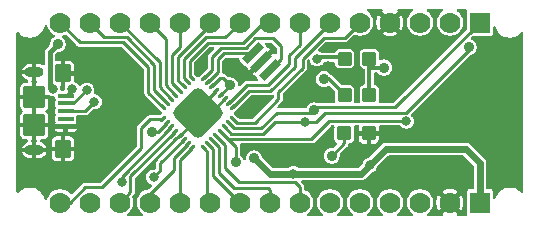
<source format=gbr>
%TF.GenerationSoftware,KiCad,Pcbnew,9.0.1*%
%TF.CreationDate,2025-04-20T22:50:28-04:00*%
%TF.ProjectId,NanoV3.3_Min,4e616e6f-5633-42e3-935f-4d696e2e6b69,rev?*%
%TF.SameCoordinates,Original*%
%TF.FileFunction,Copper,L1,Top*%
%TF.FilePolarity,Positive*%
%FSLAX46Y46*%
G04 Gerber Fmt 4.6, Leading zero omitted, Abs format (unit mm)*
G04 Created by KiCad (PCBNEW 9.0.1) date 2025-04-20 22:50:28*
%MOMM*%
%LPD*%
G01*
G04 APERTURE LIST*
G04 Aperture macros list*
%AMRoundRect*
0 Rectangle with rounded corners*
0 $1 Rounding radius*
0 $2 $3 $4 $5 $6 $7 $8 $9 X,Y pos of 4 corners*
0 Add a 4 corners polygon primitive as box body*
4,1,4,$2,$3,$4,$5,$6,$7,$8,$9,$2,$3,0*
0 Add four circle primitives for the rounded corners*
1,1,$1+$1,$2,$3*
1,1,$1+$1,$4,$5*
1,1,$1+$1,$6,$7*
1,1,$1+$1,$8,$9*
0 Add four rect primitives between the rounded corners*
20,1,$1+$1,$2,$3,$4,$5,0*
20,1,$1+$1,$4,$5,$6,$7,0*
20,1,$1+$1,$6,$7,$8,$9,0*
20,1,$1+$1,$8,$9,$2,$3,0*%
G04 Aperture macros list end*
%TA.AperFunction,SMDPad,CuDef*%
%ADD10RoundRect,0.180000X0.420000X0.420000X-0.420000X0.420000X-0.420000X-0.420000X0.420000X-0.420000X0*%
%TD*%
%TA.AperFunction,SMDPad,CuDef*%
%ADD11RoundRect,0.105000X-0.459619X-0.806102X0.806102X0.459619X0.459619X0.806102X-0.806102X-0.459619X0*%
%TD*%
%TA.AperFunction,SMDPad,CuDef*%
%ADD12RoundRect,0.180000X-0.420000X-0.420000X0.420000X-0.420000X0.420000X0.420000X-0.420000X0.420000X0*%
%TD*%
%TA.AperFunction,SMDPad,CuDef*%
%ADD13RoundRect,0.100000X-0.575000X0.100000X-0.575000X-0.100000X0.575000X-0.100000X0.575000X0.100000X0*%
%TD*%
%TA.AperFunction,ComponentPad*%
%ADD14O,1.600000X0.900000*%
%TD*%
%TA.AperFunction,SMDPad,CuDef*%
%ADD15RoundRect,0.250000X-0.450000X0.550000X-0.450000X-0.550000X0.450000X-0.550000X0.450000X0.550000X0*%
%TD*%
%TA.AperFunction,SMDPad,CuDef*%
%ADD16RoundRect,0.250000X-0.700000X0.700000X-0.700000X-0.700000X0.700000X-0.700000X0.700000X0.700000X0*%
%TD*%
%TA.AperFunction,SMDPad,CuDef*%
%ADD17RoundRect,0.112000X-0.188090X-0.148492X-0.148492X-0.188090X0.188090X0.148492X0.148492X0.188090X0*%
%TD*%
%TA.AperFunction,SMDPad,CuDef*%
%ADD18RoundRect,0.112000X0.148492X-0.188090X0.188090X-0.148492X-0.148492X0.188090X-0.188090X0.148492X0*%
%TD*%
%TA.AperFunction,SMDPad,CuDef*%
%ADD19RoundRect,0.488100X0.000000X-1.610648X1.610648X0.000000X0.000000X1.610648X-1.610648X0.000000X0*%
%TD*%
%TA.AperFunction,ComponentPad*%
%ADD20R,1.778000X1.778000*%
%TD*%
%TA.AperFunction,ComponentPad*%
%ADD21C,1.778000*%
%TD*%
%TA.AperFunction,ViaPad*%
%ADD22C,0.812800*%
%TD*%
%TA.AperFunction,ViaPad*%
%ADD23C,0.800000*%
%TD*%
%TA.AperFunction,ViaPad*%
%ADD24C,0.906400*%
%TD*%
%TA.AperFunction,Conductor*%
%ADD25C,0.304800*%
%TD*%
%TA.AperFunction,Conductor*%
%ADD26C,0.254000*%
%TD*%
%TA.AperFunction,Conductor*%
%ADD27C,0.250000*%
%TD*%
%TA.AperFunction,Conductor*%
%ADD28C,0.355600*%
%TD*%
%TA.AperFunction,Conductor*%
%ADD29C,0.609600*%
%TD*%
%TA.AperFunction,Conductor*%
%ADD30C,0.406400*%
%TD*%
G04 APERTURE END LIST*
D10*
%TO.P,TX1,1*%
%TO.N,+5V*%
X155736000Y-97028000D03*
%TO.P,TX1,2*%
%TO.N,Net-(RP2D-2)*%
X153636000Y-97028000D03*
%TD*%
%TO.P,RX1,1*%
%TO.N,+5V*%
X155736000Y-100076000D03*
%TO.P,RX1,2*%
%TO.N,Net-(RP2B-2)*%
X153636000Y-100076000D03*
%TD*%
D11*
%TO.P,Y1,1,1*%
%TO.N,Net-(IC1-PB6(XTAL1{slash}TOSC1))*%
X145876293Y-96576493D03*
%TO.P,Y1,2,2*%
%TO.N,COM*%
X146583400Y-97283600D03*
%TO.P,Y1,3,3*%
%TO.N,Net-(IC1-PB7(XTAL2{slash}TOSC2))*%
X147290507Y-97990707D03*
%TD*%
D12*
%TO.P,PWR1,1*%
%TO.N,Net-(RP1D-1)*%
X153600000Y-103375000D03*
%TO.P,PWR1,2*%
%TO.N,COM*%
X155700000Y-103375000D03*
%TD*%
D13*
%TO.P,J3,1,VBUS*%
%TO.N,Net-(J3-VBUS)*%
X130025000Y-100175000D03*
%TO.P,J3,2,D-*%
%TO.N,Net-(D+1-P$1)*%
X130025000Y-100825000D03*
%TO.P,J3,3,D+*%
%TO.N,Net-(D-1-P$1)*%
X130025000Y-101475000D03*
%TO.P,J3,4,ID*%
%TO.N,unconnected-(J3-ID-Pad4)*%
X130025000Y-102125000D03*
%TO.P,J3,5,GND*%
%TO.N,COM*%
X130025000Y-102775000D03*
D14*
%TO.P,J3,6,Shield*%
X127350000Y-98175000D03*
D15*
X129800000Y-98275000D03*
D16*
X127350000Y-100275000D03*
X127350000Y-102675000D03*
D15*
X129800000Y-104675000D03*
D14*
X127350000Y-104775000D03*
%TD*%
D17*
%TO.P,IC1,1,PD3(INT1)*%
%TO.N,/D3*%
X144193848Y-101155825D03*
%TO.P,IC1,2,PD4(XCK/T0)*%
%TO.N,/D4*%
X143840295Y-100802272D03*
%TO.P,IC1,3,GND*%
%TO.N,COM*%
X143486742Y-100448718D03*
%TO.P,IC1,4,VCC*%
%TO.N,+5V*%
X143133188Y-100095165D03*
%TO.P,IC1,5,GND*%
%TO.N,COM*%
X142779635Y-99741612D03*
%TO.P,IC1,6,VCC*%
%TO.N,+5V*%
X142426082Y-99388058D03*
%TO.P,IC1,7,PB6(XTAL1/TOSC1)*%
%TO.N,Net-(IC1-PB6(XTAL1{slash}TOSC1))*%
X142072528Y-99034505D03*
%TO.P,IC1,8,PB7(XTAL2/TOSC2)*%
%TO.N,Net-(IC1-PB7(XTAL2{slash}TOSC2))*%
X141718975Y-98680952D03*
D18*
%TO.P,IC1,9,PD5(T1)*%
%TO.N,/D5*%
X140729025Y-98680952D03*
%TO.P,IC1,10,PD6(AIN0)*%
%TO.N,/D6*%
X140375472Y-99034505D03*
%TO.P,IC1,11,PD7(AIN1)*%
%TO.N,/D7*%
X140021918Y-99388058D03*
%TO.P,IC1,12,PB0(ICP)*%
%TO.N,/D8*%
X139668365Y-99741612D03*
%TO.P,IC1,13,PB1(OC1A)*%
%TO.N,/D9*%
X139314812Y-100095165D03*
%TO.P,IC1,14,PB2(SS/OC1B)*%
%TO.N,/D10*%
X138961258Y-100448718D03*
%TO.P,IC1,15,PB3(MOSI/OC2)*%
%TO.N,/D11{slash}MOSI*%
X138607705Y-100802272D03*
%TO.P,IC1,16,PB4(MISO)*%
%TO.N,/D12{slash}MISO*%
X138254152Y-101155825D03*
D17*
%TO.P,IC1,17,PB5(SCK)*%
%TO.N,/D13{slash}SCK*%
X138254152Y-102145775D03*
%TO.P,IC1,18,AVCC*%
%TO.N,+5V*%
X138607705Y-102499328D03*
%TO.P,IC1,19,ADC6*%
%TO.N,/A6*%
X138961258Y-102852882D03*
%TO.P,IC1,20,AREF*%
%TO.N,/AREF*%
X139314812Y-103206435D03*
%TO.P,IC1,21,AGND*%
%TO.N,COM*%
X139668365Y-103559988D03*
%TO.P,IC1,22,ADC7*%
%TO.N,/A7*%
X140021918Y-103913542D03*
%TO.P,IC1,23,PC0(ADC0)*%
%TO.N,/A0*%
X140375472Y-104267095D03*
%TO.P,IC1,24,PC1(ADC1)*%
%TO.N,/A1*%
X140729025Y-104620648D03*
D18*
%TO.P,IC1,25,PC2(ADC2)*%
%TO.N,/A2*%
X141718975Y-104620648D03*
%TO.P,IC1,26,PC3(ADC3)*%
%TO.N,/A3*%
X142072528Y-104267095D03*
%TO.P,IC1,27,PC4(ADC4/SDA)*%
%TO.N,/A4*%
X142426082Y-103913542D03*
%TO.P,IC1,28,PC5(ADC5/SCL)*%
%TO.N,/A5*%
X142779635Y-103559988D03*
%TO.P,IC1,29,PC6(/RESET)*%
%TO.N,/RESET*%
X143133188Y-103206435D03*
%TO.P,IC1,30,PD0(RXD)*%
%TO.N,/D0{slash}RX*%
X143486742Y-102852882D03*
%TO.P,IC1,31,PD1(TXD)*%
%TO.N,/D1{slash}TX*%
X143840295Y-102499328D03*
%TO.P,IC1,32,PD2(INT0)*%
%TO.N,/D2*%
X144193848Y-102145775D03*
D19*
%TO.P,IC1,33,GND*%
%TO.N,COM*%
X141224000Y-101650800D03*
%TD*%
D20*
%TO.P,J1,1,1*%
%TO.N,/D1{slash}TX*%
X165100000Y-93980000D03*
D21*
%TO.P,J1,2,2*%
%TO.N,/D0{slash}RX*%
X162560000Y-93980000D03*
%TO.P,J1,3,3*%
%TO.N,/RESET*%
X160020000Y-93980000D03*
%TO.P,J1,4,4*%
%TO.N,COM*%
X157480000Y-93980000D03*
%TO.P,J1,5,5*%
%TO.N,/D2*%
X154940000Y-93980000D03*
%TO.P,J1,6,6*%
%TO.N,/D3*%
X152400000Y-93980000D03*
%TO.P,J1,7,7*%
%TO.N,/D4*%
X149860000Y-93980000D03*
%TO.P,J1,8,8*%
%TO.N,/D5*%
X147320000Y-93980000D03*
%TO.P,J1,9,9*%
%TO.N,/D6*%
X144780000Y-93980000D03*
%TO.P,J1,10,10*%
%TO.N,/D7*%
X142240000Y-93980000D03*
%TO.P,J1,11,11*%
%TO.N,/D8*%
X139700000Y-93980000D03*
%TO.P,J1,12,12*%
%TO.N,/D9*%
X137160000Y-93980000D03*
%TO.P,J1,13,13*%
%TO.N,/D10*%
X134620000Y-93980000D03*
%TO.P,J1,14,14*%
%TO.N,/D11{slash}MOSI*%
X132080000Y-93980000D03*
%TO.P,J1,15,15*%
%TO.N,/D12{slash}MISO*%
X129540000Y-93980000D03*
%TD*%
D20*
%TO.P,J2,1,1*%
%TO.N,+5V*%
X165100000Y-109220000D03*
D21*
%TO.P,J2,2,2*%
%TO.N,COM*%
X162560000Y-109220000D03*
%TO.P,J2,3,3*%
%TO.N,/RESET*%
X160020000Y-109220000D03*
%TO.P,J2,4,4*%
%TO.N,+5V*%
X157480000Y-109220000D03*
%TO.P,J2,5,5*%
%TO.N,/A7*%
X154940000Y-109220000D03*
%TO.P,J2,6,6*%
%TO.N,/A6*%
X152400000Y-109220000D03*
%TO.P,J2,7,7*%
%TO.N,/A5*%
X149860000Y-109220000D03*
%TO.P,J2,8,8*%
%TO.N,/A4*%
X147320000Y-109220000D03*
%TO.P,J2,9,9*%
%TO.N,/A3*%
X144780000Y-109220000D03*
%TO.P,J2,10,10*%
%TO.N,/A2*%
X142240000Y-109220000D03*
%TO.P,J2,11,11*%
%TO.N,/A1*%
X139700000Y-109220000D03*
%TO.P,J2,12,12*%
%TO.N,/A0*%
X137160000Y-109220000D03*
%TO.P,J2,13,13*%
%TO.N,/AREF*%
X134620000Y-109220000D03*
%TO.P,J2,14,14*%
%TO.N,3V3*%
X132080000Y-109220000D03*
%TO.P,J2,15,15*%
%TO.N,/D13{slash}SCK*%
X129540000Y-109220000D03*
%TD*%
D22*
%TO.N,COM*%
X152400000Y-96163000D03*
X155925000Y-95475000D03*
X145075000Y-101650000D03*
D23*
X136375000Y-107270600D03*
D24*
%TO.N,/RESET*%
X144430000Y-105790000D03*
D23*
X158875707Y-102337377D03*
%TO.N,Net-(D+1-P$1)*%
X131807331Y-99702342D03*
%TO.N,Net-(D-1-P$1)*%
X132454700Y-100700000D03*
%TO.N,Net-(J3-VBUS)*%
X130576182Y-99618685D03*
D22*
%TO.N,COM*%
X142575000Y-101575000D03*
X132550000Y-103275000D03*
D24*
X141230000Y-99990000D03*
D23*
X158050000Y-103700000D03*
D22*
X149325000Y-100575000D03*
D24*
X141430000Y-97490000D03*
D22*
X157988000Y-106095800D03*
D24*
X139950000Y-101625000D03*
D22*
X134150000Y-100400000D03*
D24*
X143930000Y-97490000D03*
D22*
X152273000Y-97688400D03*
X146750000Y-100575000D03*
X128422400Y-107772200D03*
X133850000Y-96475000D03*
X135100000Y-103175000D03*
D24*
X136525000Y-100875000D03*
D22*
X160020000Y-106349800D03*
X160525000Y-96875000D03*
D24*
%TO.N,+5V*%
X143930000Y-99290000D03*
X156972000Y-97790000D03*
D23*
X155778000Y-106050000D03*
D24*
X137330000Y-103290000D03*
D23*
X149295546Y-106762600D03*
D24*
X145967543Y-105482400D03*
D23*
%TO.N,VUSB*%
X128947102Y-99580697D03*
D24*
X129350000Y-95825000D03*
D22*
%TO.N,/A6*%
X134772400Y-107442000D03*
%TO.N,/A7*%
X137464800Y-107061000D03*
%TO.N,/D0{slash}RX*%
X150300000Y-102375000D03*
D24*
X164150000Y-96075000D03*
%TO.N,/D1{slash}TX*%
X151050000Y-101425000D03*
%TO.N,Net-(RP1D-1)*%
X152550000Y-105250000D03*
%TO.N,Net-(RP2B-2)*%
X151892000Y-98780600D03*
D22*
%TO.N,Net-(RP2D-2)*%
X151307800Y-97053400D03*
%TD*%
D25*
%TO.N,Net-(RP2D-2)*%
X151436200Y-96925000D02*
X151307800Y-97053400D01*
X153533000Y-96925000D02*
X151436200Y-96925000D01*
X153636000Y-97028000D02*
X153533000Y-96925000D01*
D26*
%TO.N,/AREF*%
X139314812Y-103206435D02*
X135508999Y-107012248D01*
X135508999Y-108331001D02*
X134620000Y-109220000D01*
X135508999Y-107012248D02*
X135508999Y-108331001D01*
D27*
%TO.N,/RESET*%
X152350000Y-102325000D02*
X150815400Y-103859600D01*
X143786353Y-103859600D02*
X143133188Y-103206435D01*
X144430000Y-104503247D02*
X144430000Y-105790000D01*
X158875707Y-102337377D02*
X158863330Y-102325000D01*
X143786353Y-103859600D02*
X144430000Y-104503247D01*
X158863330Y-102325000D02*
X152350000Y-102325000D01*
X150815400Y-103859600D02*
X143786353Y-103859600D01*
%TO.N,Net-(D+1-P$1)*%
X129900000Y-100825000D02*
X129875000Y-100800000D01*
X130684673Y-100825000D02*
X130025000Y-100825000D01*
X131807331Y-99702342D02*
X130684673Y-100825000D01*
%TO.N,Net-(D-1-P$1)*%
X131679700Y-101475000D02*
X130025000Y-101475000D01*
X132454700Y-100700000D02*
X131679700Y-101475000D01*
%TO.N,Net-(J3-VBUS)*%
X130025000Y-100169867D02*
X130025000Y-100175000D01*
X130576182Y-99618685D02*
X130025000Y-100169867D01*
D26*
%TO.N,COM*%
X142779635Y-99741612D02*
X141224000Y-101297247D01*
X142284660Y-101650800D02*
X141224000Y-101650800D01*
X143486742Y-100448718D02*
X142284660Y-101650800D01*
X141224000Y-102004353D02*
X141224000Y-101650800D01*
D27*
X157725000Y-103375000D02*
X155700000Y-103375000D01*
X158050000Y-103700000D02*
X157725000Y-103375000D01*
D26*
X141224000Y-101297247D02*
X141224000Y-101650800D01*
X139668365Y-103559988D02*
X141224000Y-102004353D01*
D28*
%TO.N,+5V*%
X155736011Y-100076000D02*
X155736011Y-97028000D01*
D26*
X143930000Y-99298353D02*
X143930000Y-99290000D01*
X143133188Y-100095165D02*
X143930000Y-99298353D01*
D29*
X155778000Y-106050000D02*
X155028000Y-106800000D01*
X147285143Y-106800000D02*
X145967543Y-105482400D01*
D26*
X138607705Y-102499328D02*
X137817033Y-103290000D01*
D28*
X156972000Y-97790000D02*
X155736011Y-97790000D01*
D26*
X143344400Y-98704400D02*
X143930000Y-99290000D01*
X137817033Y-103290000D02*
X137330000Y-103290000D01*
X142426082Y-99388058D02*
X143109740Y-98704400D01*
X143109740Y-98704400D02*
X143344400Y-98704400D01*
D29*
X155028000Y-106800000D02*
X147285143Y-106800000D01*
D26*
%TO.N,/D3*%
X145559673Y-99790000D02*
X147352000Y-99790000D01*
X144193848Y-101155825D02*
X145559673Y-99790000D01*
X149428200Y-96951800D02*
X149428200Y-97713800D01*
X149428200Y-97713800D02*
X147352000Y-99790000D01*
X152400000Y-93980000D02*
X149428200Y-96951800D01*
D30*
%TO.N,VUSB*%
X128693600Y-99327195D02*
X128693600Y-96481400D01*
X128947102Y-99580697D02*
X128693600Y-99327195D01*
X128693600Y-96481400D02*
X129350000Y-95825000D01*
D26*
%TO.N,/D4*%
X147166200Y-99290000D02*
X145352567Y-99290000D01*
X148971000Y-96762422D02*
X148971000Y-97485200D01*
X149860000Y-95873422D02*
X148971000Y-96762422D01*
X149860000Y-93980000D02*
X149860000Y-95873422D01*
X148971000Y-97485200D02*
X147166200Y-99290000D01*
X145352567Y-99290000D02*
X143840295Y-100802272D01*
%TO.N,Net-(IC1-PB7(XTAL2{slash}TOSC2))*%
X147290507Y-97990707D02*
X148250000Y-97031214D01*
X143181000Y-96139000D02*
X142430000Y-96890000D01*
X147600000Y-95325000D02*
X146095000Y-95325000D01*
X148250000Y-97031214D02*
X148250000Y-95975000D01*
X145281000Y-96139000D02*
X143181000Y-96139000D01*
X142430000Y-96890000D02*
X142430000Y-97969927D01*
X146095000Y-95325000D02*
X145281000Y-96139000D01*
X148250000Y-95975000D02*
X147600000Y-95325000D01*
X142430000Y-97969927D02*
X141718975Y-98680952D01*
%TO.N,Net-(IC1-PB6(XTAL1{slash}TOSC1))*%
X142930000Y-97074600D02*
X143408880Y-96595720D01*
X142930000Y-98177033D02*
X142930000Y-97074600D01*
X143408880Y-96595720D02*
X145857066Y-96595720D01*
X142072528Y-99034505D02*
X142930000Y-98177033D01*
%TO.N,/D5*%
X142088080Y-95682280D02*
X145058920Y-95682280D01*
X146761200Y-93980000D02*
X147320000Y-93980000D01*
X142087600Y-95681800D02*
X142088080Y-95682280D01*
X140530000Y-98481927D02*
X140530000Y-97239400D01*
X140729025Y-98680952D02*
X140530000Y-98481927D01*
X140530000Y-97239400D02*
X142087600Y-95681800D01*
X145058920Y-95682280D02*
X146761200Y-93980000D01*
%TO.N,/D6*%
X143535400Y-95224600D02*
X144780000Y-93980000D01*
X140030000Y-97079000D02*
X141884400Y-95224600D01*
X140030000Y-98689033D02*
X140030000Y-97079000D01*
X140375472Y-99034505D02*
X140030000Y-98689033D01*
X141884400Y-95224600D02*
X143535400Y-95224600D01*
%TO.N,/D7*%
X140021918Y-99388058D02*
X139530000Y-98896140D01*
X142240000Y-93980000D02*
X142240000Y-94180000D01*
X139530000Y-98896140D02*
X139530000Y-96890000D01*
X139530000Y-96890000D02*
X142240000Y-94180000D01*
%TO.N,/D8*%
X139030000Y-99103247D02*
X139030000Y-96690000D01*
X139668365Y-99741612D02*
X139030000Y-99103247D01*
X139700000Y-93980000D02*
X139700000Y-96020000D01*
X139700000Y-96020000D02*
X139030000Y-96690000D01*
%TO.N,/D9*%
X138530000Y-95350000D02*
X137160000Y-93980000D01*
X139314812Y-100095165D02*
X138530000Y-99310353D01*
X138530000Y-99310353D02*
X138530000Y-95350000D01*
%TO.N,/D10*%
X138961258Y-100448718D02*
X137986720Y-99474180D01*
X137986720Y-99474180D02*
X137986720Y-97346720D01*
X137986720Y-97346720D02*
X134620000Y-93980000D01*
%TO.N,/D11{slash}MOSI*%
X132080000Y-93980000D02*
X133299680Y-95199680D01*
X137530000Y-97550400D02*
X135178800Y-95199200D01*
X133299680Y-95199680D02*
X135178320Y-95199680D01*
X138607705Y-100802272D02*
X137530000Y-99724567D01*
X137530000Y-99724567D02*
X137530000Y-97550400D01*
X135178320Y-95199680D02*
X135178800Y-95199200D01*
%TO.N,/D12{slash}MISO*%
X138254152Y-101155825D02*
X137030000Y-99931673D01*
X134899400Y-95656400D02*
X131216400Y-95656400D01*
X137030000Y-97787000D02*
X134899400Y-95656400D01*
X129540000Y-93980000D02*
X131216400Y-95656400D01*
X137030000Y-99931673D02*
X137030000Y-97787000D01*
%TO.N,/D13{slash}SCK*%
X130350000Y-109220000D02*
X129540000Y-109220000D01*
X133130000Y-107890000D02*
X136430000Y-104590000D01*
X137174225Y-102145775D02*
X136430000Y-102890000D01*
X138254152Y-102145775D02*
X137174225Y-102145775D01*
X131680000Y-107890000D02*
X130350000Y-109220000D01*
X133130000Y-107890000D02*
X131680000Y-107890000D01*
X136430000Y-104590000D02*
X136430000Y-102890000D01*
%TO.N,/A6*%
X134772400Y-107041740D02*
X134772400Y-107442000D01*
X138961258Y-102852882D02*
X134772400Y-107041740D01*
%TO.N,/A7*%
X140021918Y-103913542D02*
X138025000Y-105910460D01*
X138025000Y-105910460D02*
X138025000Y-106500800D01*
X138025000Y-106500800D02*
X137464800Y-107061000D01*
%TO.N,/A0*%
X139230000Y-105412567D02*
X140375472Y-104267095D01*
X137160000Y-108508800D02*
X139230000Y-106438800D01*
X137160000Y-109220000D02*
X137160000Y-108508800D01*
X139230000Y-106438800D02*
X139230000Y-105412567D01*
%TO.N,/A1*%
X139700000Y-105649675D02*
X140729025Y-104620650D01*
X139700000Y-109220000D02*
X139700000Y-105649675D01*
%TO.N,/A2*%
X142029993Y-104931666D02*
X141718975Y-104620648D01*
X142029993Y-109009993D02*
X142029993Y-104931666D01*
X142240000Y-109220000D02*
X142029993Y-109009993D01*
%TO.N,/A3*%
X142072528Y-104267095D02*
X142530000Y-104724567D01*
X142530000Y-106970000D02*
X144780000Y-109220000D01*
X142530000Y-104724567D02*
X142530000Y-106970000D01*
%TO.N,/A4*%
X147116800Y-107950000D02*
X147320000Y-108153200D01*
X143030000Y-104517460D02*
X143030000Y-106690000D01*
X147116800Y-107950000D02*
X144290000Y-107950000D01*
X143030000Y-106690000D02*
X144290000Y-107950000D01*
X147320000Y-108153200D02*
X147320000Y-109220000D01*
X142426082Y-103913542D02*
X143030000Y-104517460D01*
%TO.N,/A5*%
X149453600Y-107492800D02*
X149860000Y-107899200D01*
X144732800Y-107492800D02*
X149453600Y-107492800D01*
X144732800Y-107492800D02*
X143530000Y-106290000D01*
X143530000Y-104310353D02*
X143530000Y-106290000D01*
X149860000Y-107899200D02*
X149860000Y-109220000D01*
X142779635Y-103559988D02*
X143530000Y-104310353D01*
%TO.N,/D0{slash}RX*%
X144038260Y-103404400D02*
X143486742Y-102852882D01*
X150300000Y-102375000D02*
X147771578Y-102375000D01*
X151207895Y-102375000D02*
X151975695Y-101607200D01*
X158869800Y-101607200D02*
X164150000Y-96327000D01*
X146742178Y-103404400D02*
X144038260Y-103404400D01*
X151975695Y-101607200D02*
X158869800Y-101607200D01*
X164150000Y-96327000D02*
X164150000Y-96075000D01*
X150300000Y-102375000D02*
X151207895Y-102375000D01*
X147771578Y-102375000D02*
X146742178Y-103404400D01*
%TO.N,/D1{slash}TX*%
X151325000Y-101150000D02*
X157930000Y-101150000D01*
X144288161Y-102947200D02*
X143840293Y-102499332D01*
X157930000Y-101150000D02*
X165100000Y-93980000D01*
X151050000Y-101425000D02*
X151325000Y-101150000D01*
X150875000Y-101600000D02*
X147900000Y-101600000D01*
X151050000Y-101425000D02*
X150875000Y-101600000D01*
X147900000Y-101600000D02*
X146552800Y-102947200D01*
X146552800Y-102947200D02*
X144288161Y-102947200D01*
%TO.N,/D2*%
X153670000Y-95250000D02*
X154940000Y-93980000D01*
X151866600Y-95250000D02*
X153670000Y-95250000D01*
X150088600Y-97790000D02*
X150088600Y-97028000D01*
X148030000Y-99848600D02*
X150088600Y-97790000D01*
X148030000Y-100490000D02*
X148030000Y-99848600D01*
X146030000Y-102490000D02*
X148030000Y-100490000D01*
X144193848Y-102145775D02*
X144538073Y-102490000D01*
X144538073Y-102490000D02*
X146030000Y-102490000D01*
X150088600Y-97028000D02*
X151866600Y-95250000D01*
%TO.N,Net-(RP1D-1)*%
X152550000Y-105250000D02*
X153600000Y-104200000D01*
X153600000Y-104200000D02*
X153600000Y-103375000D01*
D25*
%TO.N,Net-(RP2B-2)*%
X153636000Y-100076000D02*
X152340600Y-98780600D01*
X152340600Y-98780600D02*
X151892000Y-98780600D01*
D29*
%TO.N,+5V*%
X165100000Y-105850000D02*
X165100000Y-109220000D01*
X163950000Y-104700000D02*
X165100000Y-105850000D01*
X155778000Y-106050000D02*
X157128000Y-104700000D01*
X157128000Y-104700000D02*
X163950000Y-104700000D01*
%TD*%
%TA.AperFunction,Conductor*%
%TO.N,COM*%
G36*
X139591310Y-103519777D02*
G01*
X139615397Y-103521500D01*
X139623669Y-103526816D01*
X139630103Y-103528216D01*
X139655919Y-103547542D01*
X139680811Y-103572434D01*
X139711407Y-103628465D01*
X139706852Y-103692143D01*
X139680813Y-103732662D01*
X139648524Y-103764952D01*
X139564371Y-103849105D01*
X139562903Y-103851018D01*
X139533869Y-103888853D01*
X139533868Y-103888855D01*
X139528595Y-103895727D01*
X139526935Y-103894453D01*
X139518033Y-103908308D01*
X139315855Y-104110485D01*
X139306321Y-104125534D01*
X137806349Y-105625509D01*
X137740050Y-105691807D01*
X137740048Y-105691810D01*
X137693167Y-105773009D01*
X137668900Y-105863578D01*
X137668900Y-106306366D01*
X137661001Y-106333267D01*
X137655038Y-106360671D01*
X137651610Y-106365248D01*
X137650914Y-106367621D01*
X137635710Y-106386486D01*
X137628015Y-106394180D01*
X137571981Y-106424772D01*
X137533021Y-106425122D01*
X137532931Y-106426046D01*
X137527394Y-106425500D01*
X137527391Y-106425500D01*
X137402209Y-106425500D01*
X137402205Y-106425500D01*
X137279428Y-106449922D01*
X137279422Y-106449924D01*
X137163786Y-106497822D01*
X137163772Y-106497829D01*
X137059696Y-106567371D01*
X137059689Y-106567377D01*
X136971177Y-106655889D01*
X136971171Y-106655896D01*
X136901629Y-106759972D01*
X136901622Y-106759986D01*
X136853724Y-106875622D01*
X136853722Y-106875628D01*
X136829300Y-106998405D01*
X136829300Y-107123594D01*
X136853722Y-107246371D01*
X136853724Y-107246377D01*
X136901622Y-107362013D01*
X136901629Y-107362027D01*
X136971171Y-107466103D01*
X136971177Y-107466110D01*
X137059689Y-107554622D01*
X137059696Y-107554628D01*
X137163772Y-107624170D01*
X137163786Y-107624177D01*
X137273873Y-107669777D01*
X137323582Y-107709835D01*
X137343743Y-107770408D01*
X137327954Y-107832266D01*
X137310630Y-107854567D01*
X137087690Y-108077506D01*
X137031658Y-108108102D01*
X137025300Y-108109296D01*
X136898185Y-108129430D01*
X136898178Y-108129432D01*
X136730798Y-108183816D01*
X136730794Y-108183818D01*
X136573988Y-108263715D01*
X136431607Y-108367160D01*
X136307160Y-108491607D01*
X136203715Y-108633988D01*
X136123818Y-108790794D01*
X136123816Y-108790798D01*
X136069432Y-108958178D01*
X136069430Y-108958186D01*
X136041900Y-109132005D01*
X136041900Y-109307994D01*
X136069430Y-109481813D01*
X136069431Y-109481819D01*
X136069432Y-109481822D01*
X136123816Y-109649201D01*
X136203715Y-109806012D01*
X136307161Y-109948393D01*
X136431607Y-110072839D01*
X136549237Y-110158302D01*
X136588220Y-110208857D01*
X136593683Y-110272463D01*
X136563891Y-110328926D01*
X136508302Y-110360318D01*
X136482641Y-110363263D01*
X135297347Y-110363273D01*
X135236092Y-110345288D01*
X135194285Y-110297040D01*
X135185199Y-110233850D01*
X135211719Y-110175778D01*
X135230745Y-110158314D01*
X135348393Y-110072839D01*
X135472839Y-109948393D01*
X135576285Y-109806012D01*
X135656184Y-109649201D01*
X135710568Y-109481822D01*
X135738100Y-109307996D01*
X135738100Y-109132004D01*
X135710568Y-108958178D01*
X135656184Y-108790799D01*
X135656178Y-108790788D01*
X135654872Y-108787632D01*
X135652920Y-108769471D01*
X135646539Y-108752362D01*
X135649579Y-108738383D01*
X135648051Y-108724157D01*
X135656227Y-108707824D01*
X135660109Y-108689980D01*
X135675359Y-108669608D01*
X135676630Y-108667070D01*
X135679407Y-108664192D01*
X135718321Y-108625279D01*
X135718326Y-108625275D01*
X135727648Y-108615952D01*
X135727650Y-108615952D01*
X135793950Y-108549652D01*
X135840832Y-108468451D01*
X135865099Y-108377882D01*
X135865099Y-107206678D01*
X135883085Y-107145423D01*
X135898279Y-107126568D01*
X139102816Y-103922030D01*
X139114965Y-103915396D01*
X139320034Y-103710326D01*
X139329803Y-103703000D01*
X139332233Y-103699754D01*
X139333011Y-103699463D01*
X139339498Y-103694485D01*
X139339501Y-103694484D01*
X139379251Y-103663982D01*
X139495693Y-103547539D01*
X139502949Y-103543576D01*
X139507906Y-103536956D01*
X139530522Y-103528520D01*
X139551719Y-103516946D01*
X139559972Y-103517536D01*
X139567721Y-103514646D01*
X139591310Y-103519777D01*
G37*
%TD.AperFunction*%
%TA.AperFunction,Conductor*%
G36*
X163743177Y-105251886D02*
G01*
X163762037Y-105267085D01*
X164532915Y-106037963D01*
X164563511Y-106093994D01*
X164566100Y-106118078D01*
X164566100Y-107988600D01*
X164548114Y-108049855D01*
X164499867Y-108091661D01*
X164452800Y-108101900D01*
X164188434Y-108101900D01*
X164121610Y-108115192D01*
X164045828Y-108165828D01*
X163995192Y-108241610D01*
X163981900Y-108308434D01*
X163981900Y-110131565D01*
X163995193Y-110198390D01*
X163998504Y-110206384D01*
X164005326Y-110269858D01*
X163976749Y-110326946D01*
X163921844Y-110359520D01*
X163893828Y-110363039D01*
X163280023Y-110363044D01*
X163218768Y-110345059D01*
X163176961Y-110296811D01*
X163167875Y-110233621D01*
X163194395Y-110175549D01*
X163213426Y-110158082D01*
X163222258Y-110151665D01*
X162720826Y-109650234D01*
X162736473Y-109646042D01*
X162840727Y-109585851D01*
X162925851Y-109500727D01*
X162986042Y-109396473D01*
X162990234Y-109380826D01*
X163491665Y-109882258D01*
X163491666Y-109882257D01*
X163537577Y-109819067D01*
X163537582Y-109819060D01*
X163619256Y-109658765D01*
X163619257Y-109658764D01*
X163674855Y-109487648D01*
X163674856Y-109487644D01*
X163703000Y-109309954D01*
X163703000Y-109130045D01*
X163674856Y-108952355D01*
X163674855Y-108952351D01*
X163619256Y-108781235D01*
X163537582Y-108620941D01*
X163537578Y-108620935D01*
X163491666Y-108557741D01*
X163491665Y-108557740D01*
X162990234Y-109059172D01*
X162986042Y-109043527D01*
X162925851Y-108939273D01*
X162840727Y-108854149D01*
X162736473Y-108793958D01*
X162720824Y-108789765D01*
X163222257Y-108288333D01*
X163222257Y-108288332D01*
X163159064Y-108242421D01*
X163159058Y-108242417D01*
X162998764Y-108160743D01*
X162998764Y-108160742D01*
X162827648Y-108105144D01*
X162827644Y-108105143D01*
X162649954Y-108077000D01*
X162470046Y-108077000D01*
X162292355Y-108105143D01*
X162292351Y-108105144D01*
X162121235Y-108160742D01*
X162121235Y-108160743D01*
X161960940Y-108242417D01*
X161960926Y-108242426D01*
X161897741Y-108288331D01*
X161897741Y-108288333D01*
X162399173Y-108789765D01*
X162383527Y-108793958D01*
X162279273Y-108854149D01*
X162194149Y-108939273D01*
X162133958Y-109043527D01*
X162129765Y-109059173D01*
X161628333Y-108557741D01*
X161628331Y-108557741D01*
X161582426Y-108620926D01*
X161582417Y-108620940D01*
X161500743Y-108781235D01*
X161500742Y-108781235D01*
X161445144Y-108952351D01*
X161445143Y-108952355D01*
X161417000Y-109130045D01*
X161417000Y-109309954D01*
X161445143Y-109487644D01*
X161445144Y-109487648D01*
X161500743Y-109658764D01*
X161582417Y-109819058D01*
X161582421Y-109819064D01*
X161628332Y-109882257D01*
X161628333Y-109882257D01*
X162129765Y-109380826D01*
X162133958Y-109396473D01*
X162194149Y-109500727D01*
X162279273Y-109585851D01*
X162383527Y-109646042D01*
X162399172Y-109650234D01*
X161897740Y-110151665D01*
X161897740Y-110151666D01*
X161906588Y-110158094D01*
X161945572Y-110208650D01*
X161951035Y-110272256D01*
X161921243Y-110328719D01*
X161865654Y-110360111D01*
X161839993Y-110363056D01*
X160697633Y-110363065D01*
X160636378Y-110345080D01*
X160594571Y-110296832D01*
X160585485Y-110233642D01*
X160612005Y-110175570D01*
X160631030Y-110158107D01*
X160748393Y-110072839D01*
X160872839Y-109948393D01*
X160976285Y-109806012D01*
X161056184Y-109649201D01*
X161110568Y-109481822D01*
X161138100Y-109307996D01*
X161138100Y-109132004D01*
X161110568Y-108958178D01*
X161056184Y-108790799D01*
X160976285Y-108633988D01*
X160872839Y-108491607D01*
X160748393Y-108367161D01*
X160606012Y-108263715D01*
X160449201Y-108183816D01*
X160281822Y-108129432D01*
X160281819Y-108129431D01*
X160281813Y-108129430D01*
X160154691Y-108109296D01*
X160107996Y-108101900D01*
X159932004Y-108101900D01*
X159885309Y-108109296D01*
X159758186Y-108129430D01*
X159758178Y-108129432D01*
X159590798Y-108183816D01*
X159590794Y-108183818D01*
X159433988Y-108263715D01*
X159291607Y-108367160D01*
X159167160Y-108491607D01*
X159063715Y-108633988D01*
X158983818Y-108790794D01*
X158983816Y-108790798D01*
X158929432Y-108958178D01*
X158929430Y-108958186D01*
X158901900Y-109132005D01*
X158901900Y-109307994D01*
X158929430Y-109481813D01*
X158929431Y-109481819D01*
X158929432Y-109481822D01*
X158983816Y-109649201D01*
X159063715Y-109806012D01*
X159167161Y-109948393D01*
X159291607Y-110072839D01*
X159328828Y-110099882D01*
X159408978Y-110158114D01*
X159447962Y-110208670D01*
X159453425Y-110272276D01*
X159423633Y-110328739D01*
X159368044Y-110360132D01*
X159342383Y-110363076D01*
X158157604Y-110363086D01*
X158096349Y-110345101D01*
X158054542Y-110296853D01*
X158045456Y-110233663D01*
X158071976Y-110175591D01*
X158091001Y-110158129D01*
X158208393Y-110072839D01*
X158332839Y-109948393D01*
X158436285Y-109806012D01*
X158516184Y-109649201D01*
X158570568Y-109481822D01*
X158598100Y-109307996D01*
X158598100Y-109132004D01*
X158570568Y-108958178D01*
X158516184Y-108790799D01*
X158436285Y-108633988D01*
X158332839Y-108491607D01*
X158208393Y-108367161D01*
X158066012Y-108263715D01*
X157909201Y-108183816D01*
X157741822Y-108129432D01*
X157741819Y-108129431D01*
X157741813Y-108129430D01*
X157614691Y-108109296D01*
X157567996Y-108101900D01*
X157392004Y-108101900D01*
X157345309Y-108109296D01*
X157218186Y-108129430D01*
X157218178Y-108129432D01*
X157050798Y-108183816D01*
X157050794Y-108183818D01*
X156893988Y-108263715D01*
X156751607Y-108367160D01*
X156627160Y-108491607D01*
X156523715Y-108633988D01*
X156443818Y-108790794D01*
X156443816Y-108790798D01*
X156389432Y-108958178D01*
X156389430Y-108958186D01*
X156361900Y-109132005D01*
X156361900Y-109307994D01*
X156389430Y-109481813D01*
X156389431Y-109481819D01*
X156389432Y-109481822D01*
X156443816Y-109649201D01*
X156523715Y-109806012D01*
X156627161Y-109948393D01*
X156751607Y-110072839D01*
X156868950Y-110158094D01*
X156869007Y-110158135D01*
X156907991Y-110208691D01*
X156913454Y-110272297D01*
X156883662Y-110328760D01*
X156828073Y-110360153D01*
X156802412Y-110363097D01*
X155617576Y-110363107D01*
X155556321Y-110345122D01*
X155514514Y-110296874D01*
X155505428Y-110233684D01*
X155531948Y-110175612D01*
X155550976Y-110158146D01*
X155668393Y-110072839D01*
X155792839Y-109948393D01*
X155896285Y-109806012D01*
X155976184Y-109649201D01*
X156030568Y-109481822D01*
X156058100Y-109307996D01*
X156058100Y-109132004D01*
X156030568Y-108958178D01*
X155976184Y-108790799D01*
X155896285Y-108633988D01*
X155792839Y-108491607D01*
X155668393Y-108367161D01*
X155526012Y-108263715D01*
X155369201Y-108183816D01*
X155201822Y-108129432D01*
X155201819Y-108129431D01*
X155201813Y-108129430D01*
X155074691Y-108109296D01*
X155027996Y-108101900D01*
X154852004Y-108101900D01*
X154805309Y-108109296D01*
X154678186Y-108129430D01*
X154678178Y-108129432D01*
X154510798Y-108183816D01*
X154510794Y-108183818D01*
X154353988Y-108263715D01*
X154211607Y-108367160D01*
X154087160Y-108491607D01*
X153983715Y-108633988D01*
X153903818Y-108790794D01*
X153903816Y-108790798D01*
X153849432Y-108958178D01*
X153849430Y-108958186D01*
X153821900Y-109132005D01*
X153821900Y-109307994D01*
X153849430Y-109481813D01*
X153849431Y-109481819D01*
X153849432Y-109481822D01*
X153903816Y-109649201D01*
X153983715Y-109806012D01*
X154087161Y-109948393D01*
X154211607Y-110072839D01*
X154329020Y-110158145D01*
X154329036Y-110158156D01*
X154368020Y-110208712D01*
X154373483Y-110272318D01*
X154343691Y-110328781D01*
X154288102Y-110360174D01*
X154262441Y-110363118D01*
X153077547Y-110363127D01*
X153016292Y-110345141D01*
X152974485Y-110296894D01*
X152965399Y-110233704D01*
X152991919Y-110175632D01*
X153010947Y-110158168D01*
X153128393Y-110072839D01*
X153252839Y-109948393D01*
X153356285Y-109806012D01*
X153436184Y-109649201D01*
X153490568Y-109481822D01*
X153518100Y-109307996D01*
X153518100Y-109132004D01*
X153490568Y-108958178D01*
X153436184Y-108790799D01*
X153356285Y-108633988D01*
X153252839Y-108491607D01*
X153128393Y-108367161D01*
X152986012Y-108263715D01*
X152829201Y-108183816D01*
X152661822Y-108129432D01*
X152661819Y-108129431D01*
X152661813Y-108129430D01*
X152534691Y-108109296D01*
X152487996Y-108101900D01*
X152312004Y-108101900D01*
X152265309Y-108109296D01*
X152138186Y-108129430D01*
X152138178Y-108129432D01*
X151970798Y-108183816D01*
X151970794Y-108183818D01*
X151813988Y-108263715D01*
X151671607Y-108367160D01*
X151547160Y-108491607D01*
X151443715Y-108633988D01*
X151363818Y-108790794D01*
X151363816Y-108790798D01*
X151309432Y-108958178D01*
X151309430Y-108958186D01*
X151281900Y-109132005D01*
X151281900Y-109307994D01*
X151309430Y-109481813D01*
X151309431Y-109481819D01*
X151309432Y-109481822D01*
X151363816Y-109649201D01*
X151443715Y-109806012D01*
X151547161Y-109948393D01*
X151671607Y-110072839D01*
X151789065Y-110158177D01*
X151828048Y-110208732D01*
X151833511Y-110272338D01*
X151803719Y-110328801D01*
X151748130Y-110360193D01*
X151722469Y-110363138D01*
X150537518Y-110363148D01*
X150476263Y-110345163D01*
X150434456Y-110296915D01*
X150425370Y-110233725D01*
X150451890Y-110175653D01*
X150470917Y-110158189D01*
X150588393Y-110072839D01*
X150712839Y-109948393D01*
X150816285Y-109806012D01*
X150896184Y-109649201D01*
X150950568Y-109481822D01*
X150978100Y-109307996D01*
X150978100Y-109132004D01*
X150950568Y-108958178D01*
X150896184Y-108790799D01*
X150816285Y-108633988D01*
X150712839Y-108491607D01*
X150588393Y-108367161D01*
X150446012Y-108263715D01*
X150363812Y-108221832D01*
X150289199Y-108183814D01*
X150286044Y-108182508D01*
X150236334Y-108142451D01*
X150216172Y-108081878D01*
X150216100Y-108077832D01*
X150216100Y-107852318D01*
X150209597Y-107828051D01*
X150191833Y-107761750D01*
X150144951Y-107680549D01*
X150078651Y-107614249D01*
X150074699Y-107610297D01*
X150074688Y-107610287D01*
X149991716Y-107527315D01*
X149961120Y-107471284D01*
X149965675Y-107407606D01*
X150003933Y-107356499D01*
X150063748Y-107334189D01*
X150071831Y-107333900D01*
X155098288Y-107333900D01*
X155098289Y-107333900D01*
X155234078Y-107297516D01*
X155355822Y-107227226D01*
X155895533Y-106687513D01*
X155951562Y-106656919D01*
X155953549Y-106656506D01*
X155961497Y-106654925D01*
X155961497Y-106654924D01*
X155961502Y-106654924D01*
X156075991Y-106607501D01*
X156179028Y-106538654D01*
X156266654Y-106451028D01*
X156335501Y-106347991D01*
X156382924Y-106233502D01*
X156384506Y-106225549D01*
X156414093Y-106168978D01*
X156415455Y-106167591D01*
X157315964Y-105267085D01*
X157371996Y-105236489D01*
X157396079Y-105233900D01*
X163681922Y-105233900D01*
X163743177Y-105251886D01*
G37*
%TD.AperFunction*%
%TA.AperFunction,Conductor*%
G36*
X128389500Y-94182600D02*
G01*
X128438729Y-94223246D01*
X128452654Y-94251739D01*
X128503816Y-94409201D01*
X128583715Y-94566012D01*
X128687161Y-94708393D01*
X128811607Y-94832839D01*
X128953988Y-94936285D01*
X129075182Y-94998036D01*
X129121595Y-95041870D01*
X129136941Y-95103839D01*
X129116348Y-95164267D01*
X129067105Y-95203662D01*
X129026812Y-95220352D01*
X129026811Y-95220353D01*
X128915057Y-95295024D01*
X128820024Y-95390057D01*
X128745353Y-95501810D01*
X128693921Y-95625979D01*
X128667700Y-95757797D01*
X128667700Y-95849004D01*
X128649714Y-95910259D01*
X128634515Y-95929119D01*
X128347674Y-96215960D01*
X128290762Y-96314534D01*
X128290760Y-96314541D01*
X128261463Y-96423879D01*
X128261442Y-96423960D01*
X128261300Y-96424488D01*
X128261300Y-97491386D01*
X128243314Y-97552641D01*
X128195067Y-97594447D01*
X128131876Y-97603533D01*
X128085054Y-97585592D01*
X128033468Y-97551123D01*
X127905349Y-97498055D01*
X127769341Y-97471000D01*
X127540500Y-97471000D01*
X127540500Y-97925000D01*
X127159500Y-97925000D01*
X127159500Y-97471000D01*
X126930658Y-97471000D01*
X126794650Y-97498055D01*
X126666531Y-97551123D01*
X126551224Y-97628169D01*
X126453169Y-97726224D01*
X126376123Y-97841531D01*
X126323053Y-97969655D01*
X126320100Y-97984499D01*
X126320101Y-97984500D01*
X126836946Y-97984500D01*
X126788060Y-98033386D01*
X126750000Y-98125272D01*
X126750000Y-98224728D01*
X126788060Y-98316614D01*
X126836946Y-98365500D01*
X126320101Y-98365500D01*
X126323053Y-98380344D01*
X126376123Y-98508468D01*
X126453169Y-98623775D01*
X126551224Y-98721830D01*
X126666531Y-98798876D01*
X126797257Y-98853024D01*
X126846966Y-98893082D01*
X126867127Y-98953656D01*
X126851339Y-99015513D01*
X126804614Y-99059016D01*
X126753900Y-99071000D01*
X126601790Y-99071000D01*
X126541773Y-99077451D01*
X126541764Y-99077453D01*
X126405974Y-99128101D01*
X126405969Y-99128104D01*
X126289953Y-99214952D01*
X126289952Y-99214953D01*
X126203104Y-99330969D01*
X126203101Y-99330975D01*
X126152453Y-99466763D01*
X126146000Y-99526792D01*
X126146000Y-100084500D01*
X127159500Y-100084500D01*
X127159500Y-99071000D01*
X127143615Y-99055115D01*
X127113019Y-98999084D01*
X127117574Y-98935406D01*
X127143615Y-98894885D01*
X127159500Y-98879000D01*
X127159500Y-98425000D01*
X127540500Y-98425000D01*
X127540500Y-98879000D01*
X127556385Y-98894885D01*
X127586981Y-98950916D01*
X127582426Y-99014594D01*
X127556385Y-99055115D01*
X127540500Y-99071000D01*
X127540500Y-100084500D01*
X128534378Y-100084500D01*
X128595633Y-100102486D01*
X128597265Y-100103555D01*
X128649110Y-100138197D01*
X128649111Y-100138198D01*
X128763595Y-100185619D01*
X128763597Y-100185620D01*
X128763598Y-100185620D01*
X128763600Y-100185621D01*
X128885141Y-100209797D01*
X128885144Y-100209797D01*
X129007983Y-100209797D01*
X129069238Y-100227783D01*
X129111044Y-100276030D01*
X129115499Y-100287360D01*
X129120900Y-100303611D01*
X129120901Y-100313562D01*
X129127210Y-100361491D01*
X129172232Y-100458043D01*
X129174300Y-100464263D01*
X129175204Y-100489884D01*
X129179055Y-100515235D01*
X129176417Y-100524218D01*
X129176553Y-100528063D01*
X129174051Y-100532275D01*
X129169469Y-100547881D01*
X129127212Y-100638503D01*
X129127210Y-100638509D01*
X129120900Y-100686437D01*
X129120900Y-100963554D01*
X129120902Y-100963571D01*
X129127209Y-101011488D01*
X129127210Y-101011492D01*
X129169469Y-101102119D01*
X129179055Y-101165235D01*
X129169469Y-101197881D01*
X129127212Y-101288503D01*
X129127210Y-101288509D01*
X129120900Y-101336437D01*
X129120900Y-101613554D01*
X129120902Y-101613571D01*
X129127209Y-101661488D01*
X129127210Y-101661492D01*
X129169469Y-101752119D01*
X129179055Y-101815235D01*
X129169469Y-101847881D01*
X129127212Y-101938503D01*
X129127210Y-101938509D01*
X129120900Y-101986437D01*
X129120900Y-102263554D01*
X129120902Y-102263571D01*
X129127209Y-102311488D01*
X129127209Y-102311489D01*
X129156317Y-102373912D01*
X129165903Y-102437029D01*
X129155420Y-102471555D01*
X129106025Y-102572592D01*
X129104290Y-102584500D01*
X130945710Y-102584500D01*
X130943974Y-102572591D01*
X130894580Y-102471556D01*
X130883835Y-102408626D01*
X130893679Y-102373918D01*
X130922790Y-102311491D01*
X130929100Y-102263563D01*
X130929099Y-101986438D01*
X130927054Y-101970899D01*
X130925249Y-101957185D01*
X130935088Y-101894107D01*
X130977467Y-101846362D01*
X131037580Y-101829100D01*
X131633078Y-101829100D01*
X131633082Y-101829101D01*
X131726318Y-101829101D01*
X131797345Y-101810068D01*
X131816378Y-101804969D01*
X131897123Y-101758351D01*
X131963051Y-101692423D01*
X131963051Y-101692421D01*
X131972374Y-101683099D01*
X131972378Y-101683094D01*
X132294562Y-101360909D01*
X132350591Y-101330315D01*
X132387054Y-101329998D01*
X132387197Y-101328554D01*
X132392736Y-101329099D01*
X132392739Y-101329100D01*
X132392742Y-101329100D01*
X132516658Y-101329100D01*
X132516661Y-101329100D01*
X132638202Y-101304924D01*
X132752691Y-101257501D01*
X132855728Y-101188654D01*
X132943354Y-101101028D01*
X133012201Y-100997991D01*
X133059624Y-100883502D01*
X133083800Y-100761961D01*
X133083800Y-100638039D01*
X133059624Y-100516498D01*
X133012201Y-100402009D01*
X132971534Y-100341147D01*
X132943357Y-100298976D01*
X132943351Y-100298969D01*
X132855730Y-100211348D01*
X132855723Y-100211342D01*
X132752698Y-100142503D01*
X132752692Y-100142500D01*
X132752693Y-100142500D01*
X132752691Y-100142499D01*
X132682590Y-100113462D01*
X132638206Y-100095077D01*
X132638204Y-100095076D01*
X132516664Y-100070900D01*
X132516661Y-100070900D01*
X132505168Y-100070900D01*
X132443913Y-100052914D01*
X132402107Y-100004667D01*
X132393021Y-99941476D01*
X132400493Y-99914241D01*
X132412253Y-99885848D01*
X132412254Y-99885846D01*
X132412253Y-99885846D01*
X132412255Y-99885844D01*
X132436431Y-99764303D01*
X132436431Y-99640381D01*
X132412255Y-99518840D01*
X132364832Y-99404351D01*
X132352066Y-99385246D01*
X132295988Y-99301318D01*
X132295982Y-99301311D01*
X132208361Y-99213690D01*
X132208354Y-99213684D01*
X132105329Y-99144845D01*
X132105323Y-99144842D01*
X132105324Y-99144842D01*
X132105322Y-99144841D01*
X132051353Y-99122486D01*
X131990837Y-99097419D01*
X131990835Y-99097418D01*
X131869295Y-99073242D01*
X131869292Y-99073242D01*
X131745370Y-99073242D01*
X131745366Y-99073242D01*
X131623826Y-99097418D01*
X131623824Y-99097419D01*
X131509338Y-99144842D01*
X131509332Y-99144845D01*
X131406307Y-99213684D01*
X131406300Y-99213690D01*
X131318679Y-99301311D01*
X131318672Y-99301320D01*
X131313908Y-99308450D01*
X131264921Y-99349387D01*
X131201578Y-99357342D01*
X131143990Y-99329787D01*
X131125502Y-99308450D01*
X131064836Y-99217657D01*
X130977210Y-99130031D01*
X130977208Y-99130029D01*
X130977205Y-99130027D01*
X130874180Y-99061188D01*
X130874179Y-99061187D01*
X130874175Y-99061185D01*
X130874173Y-99061184D01*
X130818131Y-99037970D01*
X130768425Y-98997915D01*
X130748264Y-98937341D01*
X130748841Y-98921184D01*
X130754000Y-98873205D01*
X130754000Y-98465500D01*
X129990500Y-98465500D01*
X129990500Y-99366191D01*
X129985000Y-99384920D01*
X129981876Y-99409548D01*
X129971258Y-99435181D01*
X129947082Y-99556720D01*
X129947082Y-99632600D01*
X129944751Y-99640536D01*
X129945929Y-99648724D01*
X129935898Y-99670686D01*
X129929096Y-99693855D01*
X129922843Y-99699272D01*
X129919408Y-99706796D01*
X129899096Y-99719849D01*
X129880849Y-99735661D01*
X129871241Y-99737751D01*
X129865702Y-99741311D01*
X129833782Y-99745900D01*
X129689502Y-99745900D01*
X129628247Y-99727914D01*
X129586441Y-99679667D01*
X129576202Y-99632600D01*
X129576202Y-99518738D01*
X129576202Y-99518736D01*
X129562061Y-99447645D01*
X129562353Y-99444379D01*
X129560997Y-99441389D01*
X129565178Y-99412814D01*
X129567751Y-99384062D01*
X129569855Y-99380851D01*
X129570240Y-99378221D01*
X129575650Y-99372008D01*
X129593070Y-99345428D01*
X129609500Y-99328998D01*
X129609500Y-98084500D01*
X129990500Y-98084500D01*
X130753999Y-98084500D01*
X130753999Y-97676790D01*
X130747548Y-97616773D01*
X130747546Y-97616764D01*
X130696898Y-97480974D01*
X130696895Y-97480969D01*
X130610047Y-97364953D01*
X130610046Y-97364952D01*
X130494030Y-97278104D01*
X130494024Y-97278101D01*
X130358236Y-97227453D01*
X130298208Y-97221000D01*
X129990500Y-97221000D01*
X129990500Y-98084500D01*
X129609500Y-98084500D01*
X129609500Y-97221000D01*
X129301789Y-97221000D01*
X129251306Y-97226426D01*
X129188480Y-97215088D01*
X129141758Y-97171584D01*
X129125900Y-97113775D01*
X129125900Y-96707394D01*
X129133799Y-96680489D01*
X129139759Y-96653095D01*
X129143188Y-96648513D01*
X129143886Y-96646139D01*
X129159081Y-96627283D01*
X129245879Y-96540484D01*
X129301910Y-96509889D01*
X129325994Y-96507300D01*
X129417198Y-96507300D01*
X129417201Y-96507300D01*
X129549019Y-96481079D01*
X129673190Y-96429646D01*
X129784941Y-96354977D01*
X129879977Y-96259941D01*
X129954646Y-96148190D01*
X130006079Y-96024019D01*
X130032300Y-95892201D01*
X130032300Y-95757799D01*
X130006079Y-95625981D01*
X129954646Y-95501810D01*
X129879977Y-95390059D01*
X129784941Y-95295023D01*
X129770832Y-95285596D01*
X129757315Y-95276564D01*
X129716377Y-95227578D01*
X129708421Y-95164235D01*
X129735974Y-95106646D01*
X129785600Y-95074491D01*
X129793906Y-95071821D01*
X129801822Y-95070568D01*
X129969201Y-95016184D01*
X129972873Y-95014312D01*
X129981057Y-95011683D01*
X130008533Y-95010987D01*
X130035843Y-95008053D01*
X130040107Y-95010187D01*
X130044877Y-95010067D01*
X130068368Y-95024337D01*
X130092929Y-95036633D01*
X130095833Y-95039435D01*
X130931449Y-95875051D01*
X130997749Y-95941351D01*
X131078950Y-95988233D01*
X131098089Y-95993361D01*
X131169519Y-96012501D01*
X131263281Y-96012501D01*
X131263285Y-96012500D01*
X134704968Y-96012500D01*
X134766223Y-96030486D01*
X134785083Y-96045685D01*
X136640715Y-97901316D01*
X136671311Y-97957347D01*
X136673900Y-97981431D01*
X136673900Y-99884792D01*
X136673900Y-99978554D01*
X136698167Y-100069123D01*
X136745049Y-100150324D01*
X137252081Y-100657356D01*
X137743558Y-101148832D01*
X137762774Y-101174447D01*
X137766101Y-101180512D01*
X137766103Y-101180514D01*
X137795654Y-101219025D01*
X137796610Y-101220270D01*
X138147026Y-101570684D01*
X138150989Y-101577942D01*
X138157611Y-101582899D01*
X138166049Y-101605521D01*
X138177622Y-101626715D01*
X138177031Y-101634965D01*
X138179922Y-101642714D01*
X138174790Y-101666304D01*
X138173068Y-101690393D01*
X138167751Y-101698665D01*
X138166353Y-101705096D01*
X138147028Y-101730913D01*
X138121453Y-101756489D01*
X138065422Y-101787085D01*
X138041336Y-101789675D01*
X137127344Y-101789675D01*
X137036774Y-101813942D01*
X136955575Y-101860823D01*
X136955572Y-101860825D01*
X136145050Y-102671347D01*
X136145048Y-102671350D01*
X136098167Y-102752549D01*
X136073900Y-102843118D01*
X136073900Y-104395568D01*
X136055914Y-104456823D01*
X136040715Y-104475683D01*
X133015683Y-107500715D01*
X132959652Y-107531311D01*
X132935568Y-107533900D01*
X131633119Y-107533900D01*
X131542549Y-107558167D01*
X131461350Y-107605048D01*
X131461347Y-107605050D01*
X130563208Y-108503189D01*
X130507177Y-108533785D01*
X130443499Y-108529230D01*
X130396678Y-108494180D01*
X130395729Y-108494992D01*
X130392844Y-108491615D01*
X130392839Y-108491607D01*
X130268393Y-108367161D01*
X130126012Y-108263715D01*
X129969201Y-108183816D01*
X129801822Y-108129432D01*
X129801819Y-108129431D01*
X129801813Y-108129430D01*
X129674691Y-108109296D01*
X129627996Y-108101900D01*
X129452004Y-108101900D01*
X129405309Y-108109296D01*
X129278186Y-108129430D01*
X129278178Y-108129432D01*
X129110798Y-108183816D01*
X129110794Y-108183818D01*
X128953988Y-108263715D01*
X128811607Y-108367160D01*
X128687160Y-108491607D01*
X128583715Y-108633988D01*
X128503818Y-108790794D01*
X128503816Y-108790798D01*
X128452655Y-108948258D01*
X128416620Y-109000957D01*
X128357815Y-109025808D01*
X128294910Y-109014922D01*
X128247876Y-108971755D01*
X128235461Y-108942571D01*
X128208319Y-108841277D01*
X128193410Y-108785634D01*
X128099852Y-108585000D01*
X127972876Y-108403660D01*
X127816340Y-108247124D01*
X127635000Y-108120148D01*
X127609168Y-108108102D01*
X127434364Y-108026589D01*
X127434360Y-108026588D01*
X127220542Y-107969295D01*
X127220530Y-107969293D01*
X127000000Y-107950000D01*
X126779469Y-107969293D01*
X126779457Y-107969295D01*
X126565639Y-108026588D01*
X126565635Y-108026589D01*
X126365001Y-108120147D01*
X126365000Y-108120148D01*
X126183660Y-108247124D01*
X126183658Y-108247125D01*
X126183655Y-108247128D01*
X126050415Y-108380369D01*
X125994384Y-108410965D01*
X125930706Y-108406410D01*
X125879599Y-108368152D01*
X125857289Y-108308337D01*
X125857000Y-108300254D01*
X125857000Y-103423209D01*
X126146001Y-103423209D01*
X126152451Y-103483226D01*
X126152453Y-103483235D01*
X126203101Y-103619025D01*
X126203104Y-103619030D01*
X126289952Y-103735046D01*
X126289953Y-103735047D01*
X126405969Y-103821895D01*
X126405975Y-103821898D01*
X126541763Y-103872546D01*
X126601792Y-103878999D01*
X126753897Y-103878999D01*
X126815152Y-103896985D01*
X126856959Y-103945232D01*
X126866045Y-104008423D01*
X126839525Y-104066494D01*
X126797257Y-104096974D01*
X126666535Y-104151121D01*
X126666532Y-104151123D01*
X126551224Y-104228169D01*
X126453169Y-104326224D01*
X126376123Y-104441531D01*
X126323053Y-104569655D01*
X126320100Y-104584499D01*
X126320101Y-104584500D01*
X126836946Y-104584500D01*
X126788060Y-104633386D01*
X126750000Y-104725272D01*
X126750000Y-104824728D01*
X126788060Y-104916614D01*
X126836946Y-104965500D01*
X126320101Y-104965500D01*
X126323053Y-104980344D01*
X126376123Y-105108468D01*
X126453169Y-105223775D01*
X126551224Y-105321830D01*
X126666531Y-105398876D01*
X126794650Y-105451944D01*
X126930658Y-105478999D01*
X126930665Y-105479000D01*
X127159500Y-105479000D01*
X127159500Y-105025000D01*
X127540500Y-105025000D01*
X127540500Y-105479000D01*
X127769335Y-105479000D01*
X127769341Y-105478999D01*
X127905349Y-105451944D01*
X128033468Y-105398876D01*
X128148775Y-105321830D01*
X128197396Y-105273209D01*
X128846001Y-105273209D01*
X128852451Y-105333226D01*
X128852453Y-105333235D01*
X128903101Y-105469025D01*
X128903104Y-105469030D01*
X128989952Y-105585046D01*
X128989953Y-105585047D01*
X129105969Y-105671895D01*
X129105975Y-105671898D01*
X129241763Y-105722546D01*
X129301792Y-105728999D01*
X129609499Y-105728999D01*
X129990500Y-105728999D01*
X130298210Y-105728999D01*
X130358226Y-105722548D01*
X130358235Y-105722546D01*
X130494025Y-105671898D01*
X130494030Y-105671895D01*
X130610046Y-105585047D01*
X130610047Y-105585046D01*
X130696895Y-105469030D01*
X130696898Y-105469024D01*
X130747546Y-105333236D01*
X130754000Y-105273207D01*
X130754000Y-104865500D01*
X129990500Y-104865500D01*
X129990500Y-105728999D01*
X129609499Y-105728999D01*
X129609500Y-105728998D01*
X129609500Y-104865500D01*
X128846001Y-104865500D01*
X128846001Y-105273209D01*
X128197396Y-105273209D01*
X128246830Y-105223775D01*
X128323876Y-105108468D01*
X128376946Y-104980344D01*
X128379899Y-104965500D01*
X127863054Y-104965500D01*
X127911940Y-104916614D01*
X127950000Y-104824728D01*
X127950000Y-104725272D01*
X127911940Y-104633386D01*
X127863054Y-104584500D01*
X128379899Y-104584500D01*
X128379899Y-104584499D01*
X128376946Y-104569655D01*
X128323876Y-104441531D01*
X128246830Y-104326224D01*
X128148776Y-104228170D01*
X128148769Y-104228164D01*
X128065960Y-104172833D01*
X127898404Y-104095070D01*
X127877569Y-104076792D01*
X128846000Y-104076792D01*
X128846000Y-104484500D01*
X129609500Y-104484500D01*
X129990500Y-104484500D01*
X130753999Y-104484500D01*
X130753999Y-104076790D01*
X130747548Y-104016773D01*
X130747546Y-104016764D01*
X130696898Y-103880974D01*
X130696895Y-103880969D01*
X130610047Y-103764953D01*
X130610046Y-103764952D01*
X130494030Y-103678104D01*
X130494024Y-103678101D01*
X130358236Y-103627453D01*
X130298208Y-103621000D01*
X129990500Y-103621000D01*
X129990500Y-104484500D01*
X129609500Y-104484500D01*
X129609500Y-103621000D01*
X129301790Y-103621000D01*
X129241773Y-103627451D01*
X129241764Y-103627453D01*
X129105974Y-103678101D01*
X129105969Y-103678104D01*
X128989953Y-103764952D01*
X128989952Y-103764953D01*
X128903104Y-103880969D01*
X128903101Y-103880975D01*
X128852453Y-104016763D01*
X128846000Y-104076792D01*
X127877569Y-104076792D01*
X127876116Y-104075517D01*
X127853033Y-104056916D01*
X127852258Y-104054587D01*
X127850413Y-104052969D01*
X127842234Y-104024472D01*
X127832872Y-103996343D01*
X127833478Y-103993964D01*
X127832802Y-103991606D01*
X127841325Y-103963221D01*
X127848660Y-103934485D01*
X127850457Y-103932811D01*
X127851163Y-103930462D01*
X127873677Y-103911193D01*
X127895385Y-103890983D01*
X127898019Y-103890360D01*
X127899665Y-103888952D01*
X127909989Y-103887531D01*
X127946100Y-103878999D01*
X128098210Y-103878999D01*
X128158226Y-103872548D01*
X128158235Y-103872546D01*
X128294025Y-103821898D01*
X128294030Y-103821895D01*
X128410046Y-103735047D01*
X128410047Y-103735046D01*
X128496895Y-103619030D01*
X128496898Y-103619024D01*
X128547546Y-103483236D01*
X128554000Y-103423207D01*
X128554000Y-102965500D01*
X129104290Y-102965500D01*
X129106025Y-102977409D01*
X129157913Y-103083546D01*
X129241451Y-103167084D01*
X129347597Y-103218976D01*
X129416401Y-103229000D01*
X129834500Y-103229000D01*
X130215500Y-103229000D01*
X130633599Y-103229000D01*
X130702402Y-103218976D01*
X130808548Y-103167084D01*
X130892086Y-103083546D01*
X130943974Y-102977409D01*
X130945710Y-102965500D01*
X130215500Y-102965500D01*
X130215500Y-103229000D01*
X129834500Y-103229000D01*
X129834500Y-102965500D01*
X129104290Y-102965500D01*
X128554000Y-102965500D01*
X128554000Y-102865500D01*
X127540500Y-102865500D01*
X127540500Y-103878999D01*
X127556385Y-103894884D01*
X127586981Y-103950915D01*
X127582426Y-104014593D01*
X127556386Y-104055113D01*
X127540500Y-104070999D01*
X127540500Y-104525000D01*
X127159500Y-104525000D01*
X127159500Y-104071000D01*
X127143614Y-104055114D01*
X127113018Y-103999083D01*
X127117573Y-103935405D01*
X127143615Y-103894883D01*
X127159500Y-103878998D01*
X127159500Y-102865500D01*
X126146001Y-102865500D01*
X126146001Y-103423209D01*
X125857000Y-103423209D01*
X125857000Y-101926792D01*
X126146000Y-101926792D01*
X126146000Y-102484500D01*
X127159500Y-102484500D01*
X127540500Y-102484500D01*
X128553999Y-102484500D01*
X128553999Y-101926790D01*
X128547548Y-101866773D01*
X128547546Y-101866764D01*
X128496898Y-101730974D01*
X128496895Y-101730969D01*
X128410047Y-101614953D01*
X128410046Y-101614952D01*
X128344254Y-101565701D01*
X128305996Y-101514594D01*
X128301441Y-101450916D01*
X128332037Y-101394885D01*
X128344254Y-101384299D01*
X128410046Y-101335047D01*
X128410047Y-101335046D01*
X128496895Y-101219030D01*
X128496898Y-101219024D01*
X128547546Y-101083236D01*
X128554000Y-101023207D01*
X128554000Y-100465500D01*
X127540500Y-100465500D01*
X127540500Y-102484500D01*
X127159500Y-102484500D01*
X127159500Y-100465500D01*
X126146001Y-100465500D01*
X126146001Y-101023209D01*
X126152451Y-101083226D01*
X126152453Y-101083235D01*
X126203101Y-101219025D01*
X126203104Y-101219030D01*
X126289951Y-101335045D01*
X126355746Y-101384299D01*
X126394004Y-101435406D01*
X126398558Y-101499084D01*
X126367962Y-101555116D01*
X126355746Y-101565701D01*
X126289951Y-101614954D01*
X126203104Y-101730969D01*
X126203101Y-101730975D01*
X126152453Y-101866763D01*
X126146000Y-101926792D01*
X125857000Y-101926792D01*
X125857000Y-94899746D01*
X125874986Y-94838491D01*
X125923233Y-94796685D01*
X125986424Y-94787599D01*
X126044496Y-94814120D01*
X126050415Y-94819631D01*
X126183660Y-94952876D01*
X126365000Y-95079852D01*
X126565634Y-95173410D01*
X126636911Y-95192508D01*
X126779457Y-95230704D01*
X126779463Y-95230705D01*
X126779467Y-95230706D01*
X127000000Y-95250000D01*
X127220533Y-95230706D01*
X127220537Y-95230704D01*
X127220542Y-95230704D01*
X127322751Y-95203317D01*
X127434366Y-95173410D01*
X127635000Y-95079852D01*
X127816340Y-94952876D01*
X127972876Y-94796340D01*
X128099852Y-94615000D01*
X128193410Y-94414366D01*
X128235462Y-94257424D01*
X128268687Y-94202916D01*
X128326111Y-94175021D01*
X128389500Y-94182600D01*
G37*
%TD.AperFunction*%
%TA.AperFunction,Conductor*%
G36*
X166332709Y-94312210D02*
G01*
X166347524Y-94310080D01*
X166363540Y-94317394D01*
X166380907Y-94320315D01*
X166391982Y-94330383D01*
X166405596Y-94336601D01*
X166415116Y-94351414D01*
X166428145Y-94363259D01*
X166438962Y-94388520D01*
X166440111Y-94390307D01*
X166440824Y-94392850D01*
X166446590Y-94414366D01*
X166540148Y-94615000D01*
X166667124Y-94796340D01*
X166823660Y-94952876D01*
X167005000Y-95079852D01*
X167205634Y-95173410D01*
X167276911Y-95192508D01*
X167419457Y-95230704D01*
X167419463Y-95230705D01*
X167419467Y-95230706D01*
X167640000Y-95250000D01*
X167860533Y-95230706D01*
X167860537Y-95230704D01*
X167860542Y-95230704D01*
X167962751Y-95203317D01*
X168074366Y-95173410D01*
X168275000Y-95079852D01*
X168456340Y-94952876D01*
X168589585Y-94819631D01*
X168645616Y-94789035D01*
X168709294Y-94793590D01*
X168760401Y-94831848D01*
X168782711Y-94891663D01*
X168783000Y-94899746D01*
X168783000Y-108300254D01*
X168765014Y-108361509D01*
X168716767Y-108403315D01*
X168653576Y-108412401D01*
X168595504Y-108385880D01*
X168589585Y-108380369D01*
X168456344Y-108247128D01*
X168456340Y-108247124D01*
X168275000Y-108120148D01*
X168249168Y-108108102D01*
X168074364Y-108026589D01*
X168074360Y-108026588D01*
X167860542Y-107969295D01*
X167860530Y-107969293D01*
X167640000Y-107950000D01*
X167419469Y-107969293D01*
X167419457Y-107969295D01*
X167205639Y-108026588D01*
X167205635Y-108026589D01*
X167005001Y-108120147D01*
X167005000Y-108120148D01*
X166823660Y-108247124D01*
X166823658Y-108247125D01*
X166823655Y-108247128D01*
X166667128Y-108403655D01*
X166667125Y-108403658D01*
X166667124Y-108403660D01*
X166597433Y-108503189D01*
X166540147Y-108585001D01*
X166446589Y-108785635D01*
X166446588Y-108785639D01*
X166440839Y-108807096D01*
X166407612Y-108861609D01*
X166350188Y-108889503D01*
X166286799Y-108881924D01*
X166237571Y-108841277D01*
X166218132Y-108780468D01*
X166218100Y-108777772D01*
X166218100Y-108308440D01*
X166218099Y-108308434D01*
X166216472Y-108300254D01*
X166204807Y-108241610D01*
X166154172Y-108165828D01*
X166085806Y-108120148D01*
X166078389Y-108115192D01*
X166011565Y-108101900D01*
X166011562Y-108101900D01*
X165747200Y-108101900D01*
X165685945Y-108083914D01*
X165644139Y-108035667D01*
X165633900Y-107988600D01*
X165633900Y-105779710D01*
X165610347Y-105691809D01*
X165597516Y-105643922D01*
X165527226Y-105522178D01*
X165427822Y-105422774D01*
X164277822Y-104272774D01*
X164239950Y-104250908D01*
X164156083Y-104202486D01*
X164156075Y-104202483D01*
X164020289Y-104166100D01*
X157057711Y-104166100D01*
X156921924Y-104202483D01*
X156921916Y-104202486D01*
X156800175Y-104272775D01*
X155660465Y-105412485D01*
X155604434Y-105443081D01*
X155602458Y-105443492D01*
X155594501Y-105445074D01*
X155594496Y-105445076D01*
X155480010Y-105492498D01*
X155480001Y-105492503D01*
X155376976Y-105561342D01*
X155376969Y-105561348D01*
X155289348Y-105648969D01*
X155289342Y-105648976D01*
X155220503Y-105752001D01*
X155220498Y-105752010D01*
X155173076Y-105866496D01*
X155173074Y-105866501D01*
X155171492Y-105874458D01*
X155141899Y-105931026D01*
X155140485Y-105932465D01*
X154840037Y-106232915D01*
X154784006Y-106263511D01*
X154759922Y-106266100D01*
X149719201Y-106266100D01*
X149657946Y-106248114D01*
X149656287Y-106247027D01*
X149593537Y-106205099D01*
X149593535Y-106205098D01*
X149593528Y-106205094D01*
X149479056Y-106157678D01*
X149479050Y-106157676D01*
X149357510Y-106133500D01*
X149357507Y-106133500D01*
X149233585Y-106133500D01*
X149233581Y-106133500D01*
X149112041Y-106157676D01*
X149112035Y-106157678D01*
X148997563Y-106205094D01*
X148997556Y-106205098D01*
X148997555Y-106205099D01*
X148934835Y-106247006D01*
X148873913Y-106266082D01*
X148871891Y-106266100D01*
X147553221Y-106266100D01*
X147491966Y-106248114D01*
X147473106Y-106232915D01*
X146672767Y-105432576D01*
X146642171Y-105376545D01*
X146641772Y-105374630D01*
X146623622Y-105283381D01*
X146572189Y-105159210D01*
X146497520Y-105047459D01*
X146402484Y-104952423D01*
X146290733Y-104877754D01*
X146290734Y-104877754D01*
X146290732Y-104877753D01*
X146166563Y-104826321D01*
X146034745Y-104800100D01*
X146034744Y-104800100D01*
X145900342Y-104800100D01*
X145900340Y-104800100D01*
X145768522Y-104826321D01*
X145644353Y-104877753D01*
X145532600Y-104952424D01*
X145437567Y-105047457D01*
X145362896Y-105159210D01*
X145311464Y-105283379D01*
X145285243Y-105415197D01*
X145285243Y-105502206D01*
X145267257Y-105563461D01*
X145219010Y-105605267D01*
X145155819Y-105614353D01*
X145097747Y-105587832D01*
X145067268Y-105545564D01*
X145034650Y-105466818D01*
X145034646Y-105466811D01*
X145034646Y-105466810D01*
X144959977Y-105355059D01*
X144864941Y-105260023D01*
X144864937Y-105260020D01*
X144834452Y-105239650D01*
X144793514Y-105190664D01*
X144784100Y-105145446D01*
X144784100Y-104456631D01*
X144784100Y-104456629D01*
X144759969Y-104366569D01*
X144758047Y-104359395D01*
X144760297Y-104358791D01*
X144754711Y-104306900D01*
X144783279Y-104249808D01*
X144838178Y-104217224D01*
X144866214Y-104213700D01*
X150768778Y-104213700D01*
X150768782Y-104213701D01*
X150862018Y-104213701D01*
X150933045Y-104194668D01*
X150952078Y-104189569D01*
X151032823Y-104142951D01*
X151098751Y-104077023D01*
X151098751Y-104077022D01*
X151108076Y-104067698D01*
X151108079Y-104067692D01*
X152463488Y-102712285D01*
X152488094Y-102698848D01*
X152511683Y-102683689D01*
X152517347Y-102682874D01*
X152519519Y-102681689D01*
X152543603Y-102679100D01*
X152678186Y-102679100D01*
X152739441Y-102697086D01*
X152781247Y-102745333D01*
X152790333Y-102808524D01*
X152786153Y-102826497D01*
X152770900Y-102922802D01*
X152770900Y-103827197D01*
X152786072Y-103922991D01*
X152786074Y-103922997D01*
X152837778Y-104024472D01*
X152844906Y-104038460D01*
X152936540Y-104130094D01*
X152949800Y-104136850D01*
X152996214Y-104180684D01*
X153011561Y-104242652D01*
X152990969Y-104303081D01*
X152978480Y-104317917D01*
X152753022Y-104543375D01*
X152696991Y-104573971D01*
X152650805Y-104574383D01*
X152617209Y-104567701D01*
X152617203Y-104567700D01*
X152617201Y-104567700D01*
X152482799Y-104567700D01*
X152482797Y-104567700D01*
X152350979Y-104593921D01*
X152226810Y-104645353D01*
X152115057Y-104720024D01*
X152020024Y-104815057D01*
X151945353Y-104926810D01*
X151893921Y-105050979D01*
X151867700Y-105182797D01*
X151867700Y-105317202D01*
X151893921Y-105449020D01*
X151945353Y-105573189D01*
X151955137Y-105587832D01*
X152020023Y-105684941D01*
X152115059Y-105779977D01*
X152226810Y-105854646D01*
X152350981Y-105906079D01*
X152482799Y-105932300D01*
X152482802Y-105932300D01*
X152617198Y-105932300D01*
X152617201Y-105932300D01*
X152749019Y-105906079D01*
X152873190Y-105854646D01*
X152984941Y-105779977D01*
X153079977Y-105684941D01*
X153154646Y-105573190D01*
X153206079Y-105449019D01*
X153232300Y-105317201D01*
X153232300Y-105182799D01*
X153225616Y-105149198D01*
X153231304Y-105085611D01*
X153256621Y-105046978D01*
X153809322Y-104494278D01*
X153809327Y-104494274D01*
X153818649Y-104484951D01*
X153818651Y-104484951D01*
X153884951Y-104418651D01*
X153931833Y-104337450D01*
X153945062Y-104288077D01*
X153978289Y-104233564D01*
X154035712Y-104205669D01*
X154047779Y-104204661D01*
X154047763Y-104204449D01*
X154052194Y-104204100D01*
X154147995Y-104188927D01*
X154263460Y-104130094D01*
X154355094Y-104038460D01*
X154413927Y-103922995D01*
X154424525Y-103856080D01*
X154425920Y-103847272D01*
X154846000Y-103847272D01*
X154848750Y-103876598D01*
X154848750Y-103876599D01*
X154891958Y-104000081D01*
X154891961Y-104000086D01*
X154969649Y-104105350D01*
X155074913Y-104183038D01*
X155074918Y-104183041D01*
X155198400Y-104226249D01*
X155227727Y-104228999D01*
X155227737Y-104229000D01*
X155509500Y-104229000D01*
X155890500Y-104229000D01*
X156172263Y-104229000D01*
X156172272Y-104228999D01*
X156201598Y-104226249D01*
X156201599Y-104226249D01*
X156325081Y-104183041D01*
X156325086Y-104183038D01*
X156430350Y-104105350D01*
X156508038Y-104000086D01*
X156508041Y-104000081D01*
X156551249Y-103876599D01*
X156551249Y-103876598D01*
X156553999Y-103847272D01*
X156554000Y-103847263D01*
X156554000Y-103565500D01*
X155890500Y-103565500D01*
X155890500Y-104229000D01*
X155509500Y-104229000D01*
X155509500Y-103565500D01*
X154846000Y-103565500D01*
X154846000Y-103847272D01*
X154425920Y-103847272D01*
X154429100Y-103827197D01*
X154429100Y-102922802D01*
X154412532Y-102818198D01*
X154413789Y-102817998D01*
X154412238Y-102763592D01*
X154445207Y-102708924D01*
X154502499Y-102680759D01*
X154521814Y-102679100D01*
X154757058Y-102679100D01*
X154818313Y-102697086D01*
X154860119Y-102745333D01*
X154869205Y-102808524D01*
X154864000Y-102829820D01*
X154848750Y-102873400D01*
X154848750Y-102873401D01*
X154846000Y-102902727D01*
X154846000Y-103184500D01*
X156554000Y-103184500D01*
X156554000Y-102902737D01*
X156553999Y-102902727D01*
X156551249Y-102873401D01*
X156551249Y-102873400D01*
X156536000Y-102829820D01*
X156532746Y-102766063D01*
X156564478Y-102710667D01*
X156621122Y-102681221D01*
X156642942Y-102679100D01*
X158286867Y-102679100D01*
X158348122Y-102697086D01*
X158381073Y-102729455D01*
X158387051Y-102738402D01*
X158387055Y-102738407D01*
X158474676Y-102826028D01*
X158474683Y-102826034D01*
X158577708Y-102894873D01*
X158577710Y-102894874D01*
X158577716Y-102894878D01*
X158682232Y-102938170D01*
X158692200Y-102942299D01*
X158692202Y-102942300D01*
X158692203Y-102942300D01*
X158692205Y-102942301D01*
X158813746Y-102966477D01*
X158813749Y-102966477D01*
X158937665Y-102966477D01*
X158937668Y-102966477D01*
X159059209Y-102942301D01*
X159173698Y-102894878D01*
X159276735Y-102826031D01*
X159364361Y-102738405D01*
X159433208Y-102635368D01*
X159480631Y-102520879D01*
X159504807Y-102399338D01*
X159504807Y-102275416D01*
X159480631Y-102153875D01*
X159433208Y-102039386D01*
X159400163Y-101989931D01*
X159364364Y-101936353D01*
X159364358Y-101936346D01*
X159284421Y-101856409D01*
X159253825Y-101800378D01*
X159258380Y-101736700D01*
X159284419Y-101696181D01*
X164200514Y-96780085D01*
X164256543Y-96749491D01*
X164258437Y-96749097D01*
X164349019Y-96731079D01*
X164473190Y-96679646D01*
X164584941Y-96604977D01*
X164679977Y-96509941D01*
X164754646Y-96398190D01*
X164806079Y-96274019D01*
X164832300Y-96142201D01*
X164832300Y-96007799D01*
X164806079Y-95875981D01*
X164754646Y-95751810D01*
X164679977Y-95640059D01*
X164584941Y-95545023D01*
X164473190Y-95470354D01*
X164473191Y-95470354D01*
X164473189Y-95470353D01*
X164375329Y-95429819D01*
X164351982Y-95411004D01*
X164327985Y-95393041D01*
X164327252Y-95391076D01*
X164325620Y-95389761D01*
X164316150Y-95361309D01*
X164305676Y-95333225D01*
X164306121Y-95331177D01*
X164305459Y-95329187D01*
X164312875Y-95300130D01*
X164319246Y-95270844D01*
X164320921Y-95268605D01*
X164321247Y-95267330D01*
X164338565Y-95245035D01*
X164452318Y-95131282D01*
X164508348Y-95100689D01*
X164532431Y-95098100D01*
X166011559Y-95098100D01*
X166011562Y-95098100D01*
X166078390Y-95084807D01*
X166154172Y-95034172D01*
X166204807Y-94958390D01*
X166218100Y-94891562D01*
X166218100Y-94422227D01*
X166223060Y-94405332D01*
X166223480Y-94387728D01*
X166231869Y-94375333D01*
X166236086Y-94360972D01*
X166249394Y-94349440D01*
X166259264Y-94334858D01*
X166273022Y-94328966D01*
X166284333Y-94319166D01*
X166301761Y-94316659D01*
X166317950Y-94309728D01*
X166332709Y-94312210D01*
G37*
%TD.AperFunction*%
%TA.AperFunction,Conductor*%
G36*
X147626319Y-100119289D02*
G01*
X147665783Y-100169471D01*
X147673900Y-100211582D01*
X147673900Y-100295568D01*
X147655914Y-100356823D01*
X147640715Y-100375683D01*
X145915683Y-102100715D01*
X145859652Y-102131311D01*
X145835568Y-102133900D01*
X144747602Y-102133900D01*
X144686347Y-102115914D01*
X144657716Y-102089574D01*
X144651393Y-102081334D01*
X144609437Y-102039378D01*
X144300971Y-101730914D01*
X144270377Y-101674885D01*
X144274931Y-101611207D01*
X144300973Y-101570686D01*
X144436252Y-101435406D01*
X144651393Y-101220264D01*
X144681897Y-101180514D01*
X144681900Y-101180505D01*
X144685221Y-101174454D01*
X144704436Y-101148837D01*
X145673989Y-100179285D01*
X145730020Y-100148689D01*
X145754104Y-100146100D01*
X147398881Y-100146100D01*
X147489450Y-100121833D01*
X147503949Y-100113461D01*
X147565989Y-100098410D01*
X147626319Y-100119289D01*
G37*
%TD.AperFunction*%
%TA.AperFunction,Conductor*%
G36*
X163955049Y-92855025D02*
G01*
X163996856Y-92903272D01*
X164005942Y-92966462D01*
X163998471Y-92993696D01*
X163995193Y-93001609D01*
X163981900Y-93068434D01*
X163981900Y-94547568D01*
X163963914Y-94608823D01*
X163948715Y-94627683D01*
X157815683Y-100760715D01*
X157759652Y-100791311D01*
X157735568Y-100793900D01*
X156648245Y-100793900D01*
X156586990Y-100775914D01*
X156545184Y-100727667D01*
X156536098Y-100664476D01*
X156547293Y-100629165D01*
X156549925Y-100623999D01*
X156549925Y-100623998D01*
X156549927Y-100623995D01*
X156561982Y-100547881D01*
X156565100Y-100528197D01*
X156565100Y-99623802D01*
X156555580Y-99563695D01*
X156549927Y-99528005D01*
X156491094Y-99412540D01*
X156399460Y-99320906D01*
X156399459Y-99320905D01*
X156283997Y-99262074D01*
X156283992Y-99262072D01*
X156238486Y-99254865D01*
X156180800Y-99227518D01*
X156147056Y-99173324D01*
X156142911Y-99142960D01*
X156142911Y-98310200D01*
X156145241Y-98302263D01*
X156144064Y-98294076D01*
X156154094Y-98272113D01*
X156160897Y-98248945D01*
X156167149Y-98243527D01*
X156170585Y-98236004D01*
X156190896Y-98222950D01*
X156209144Y-98207139D01*
X156218751Y-98205048D01*
X156224291Y-98201489D01*
X156256211Y-98196900D01*
X156367052Y-98196900D01*
X156428307Y-98214886D01*
X156447167Y-98230085D01*
X156537059Y-98319977D01*
X156648810Y-98394646D01*
X156772981Y-98446079D01*
X156904799Y-98472300D01*
X156904802Y-98472300D01*
X157039198Y-98472300D01*
X157039201Y-98472300D01*
X157171019Y-98446079D01*
X157295190Y-98394646D01*
X157406941Y-98319977D01*
X157501977Y-98224941D01*
X157576646Y-98113190D01*
X157628079Y-97989019D01*
X157654300Y-97857201D01*
X157654300Y-97722799D01*
X157628079Y-97590981D01*
X157576646Y-97466810D01*
X157501977Y-97355059D01*
X157406941Y-97260023D01*
X157348538Y-97221000D01*
X157295189Y-97185353D01*
X157171020Y-97133921D01*
X157039202Y-97107700D01*
X157039201Y-97107700D01*
X156904799Y-97107700D01*
X156904797Y-97107700D01*
X156772979Y-97133921D01*
X156721758Y-97155138D01*
X156658283Y-97161962D01*
X156601195Y-97133385D01*
X156568619Y-97078482D01*
X156565100Y-97050462D01*
X156565100Y-96575802D01*
X156550097Y-96481079D01*
X156549927Y-96480005D01*
X156491094Y-96364540D01*
X156399460Y-96272906D01*
X156399459Y-96272905D01*
X156283997Y-96214074D01*
X156283996Y-96214073D01*
X156283995Y-96214073D01*
X156283993Y-96214072D01*
X156283991Y-96214072D01*
X156188198Y-96198900D01*
X156188194Y-96198900D01*
X155283806Y-96198900D01*
X155283802Y-96198900D01*
X155188008Y-96214072D01*
X155188002Y-96214074D01*
X155072540Y-96272905D01*
X154980905Y-96364540D01*
X154922074Y-96480002D01*
X154922072Y-96480008D01*
X154906900Y-96575802D01*
X154906900Y-97480197D01*
X154922072Y-97575991D01*
X154922074Y-97575997D01*
X154979601Y-97688900D01*
X154980906Y-97691460D01*
X155072540Y-97783094D01*
X155188005Y-97841927D01*
X155233535Y-97849138D01*
X155291222Y-97876485D01*
X155324966Y-97930678D01*
X155329111Y-97961043D01*
X155329111Y-99142956D01*
X155311125Y-99204211D01*
X155262878Y-99246017D01*
X155233537Y-99254861D01*
X155188007Y-99262072D01*
X155188002Y-99262074D01*
X155072540Y-99320905D01*
X154980905Y-99412540D01*
X154922074Y-99528002D01*
X154922072Y-99528008D01*
X154906900Y-99623802D01*
X154906900Y-100528197D01*
X154922072Y-100623991D01*
X154922074Y-100623999D01*
X154924707Y-100629165D01*
X154936489Y-100691909D01*
X154912479Y-100751063D01*
X154860299Y-100787845D01*
X154823755Y-100793900D01*
X154548245Y-100793900D01*
X154486990Y-100775914D01*
X154445184Y-100727667D01*
X154436098Y-100664476D01*
X154447293Y-100629165D01*
X154449925Y-100623999D01*
X154449925Y-100623998D01*
X154449927Y-100623995D01*
X154461982Y-100547881D01*
X154465100Y-100528197D01*
X154465100Y-99623802D01*
X154455580Y-99563695D01*
X154449927Y-99528005D01*
X154391094Y-99412540D01*
X154299460Y-99320906D01*
X154299459Y-99320905D01*
X154183997Y-99262074D01*
X154183996Y-99262073D01*
X154183995Y-99262073D01*
X154183993Y-99262072D01*
X154183991Y-99262072D01*
X154088198Y-99246900D01*
X154088194Y-99246900D01*
X153393352Y-99246900D01*
X153332097Y-99228914D01*
X153313237Y-99213715D01*
X152959716Y-98860194D01*
X152574847Y-98475324D01*
X152551741Y-98461984D01*
X152489895Y-98426277D01*
X152452340Y-98391102D01*
X152421977Y-98345659D01*
X152326941Y-98250623D01*
X152240555Y-98192902D01*
X152215189Y-98175953D01*
X152091020Y-98124521D01*
X151959202Y-98098300D01*
X151959201Y-98098300D01*
X151824799Y-98098300D01*
X151824797Y-98098300D01*
X151692979Y-98124521D01*
X151568810Y-98175953D01*
X151457057Y-98250624D01*
X151362024Y-98345657D01*
X151287353Y-98457410D01*
X151235921Y-98581579D01*
X151209700Y-98713397D01*
X151209700Y-98847802D01*
X151235921Y-98979620D01*
X151287353Y-99103789D01*
X151313524Y-99142956D01*
X151362023Y-99215541D01*
X151457059Y-99310577D01*
X151568810Y-99385246D01*
X151692981Y-99436679D01*
X151824799Y-99462900D01*
X151824802Y-99462900D01*
X151959198Y-99462900D01*
X151959201Y-99462900D01*
X152091019Y-99436679D01*
X152215190Y-99385246D01*
X152215193Y-99385243D01*
X152215195Y-99385243D01*
X152252094Y-99360588D01*
X152313017Y-99341511D01*
X152374583Y-99358401D01*
X152395155Y-99374678D01*
X152773715Y-99753237D01*
X152804311Y-99809268D01*
X152806900Y-99833352D01*
X152806900Y-100528197D01*
X152822072Y-100623991D01*
X152822074Y-100623999D01*
X152824707Y-100629165D01*
X152836489Y-100691909D01*
X152812479Y-100751063D01*
X152760299Y-100787845D01*
X152723755Y-100793900D01*
X151378835Y-100793900D01*
X151371884Y-100793899D01*
X151371881Y-100793899D01*
X151331857Y-100793899D01*
X151331852Y-100793897D01*
X151288502Y-100785275D01*
X151249021Y-100768921D01*
X151117202Y-100742700D01*
X151117201Y-100742700D01*
X150982799Y-100742700D01*
X150982797Y-100742700D01*
X150850979Y-100768921D01*
X150726810Y-100820353D01*
X150615057Y-100895024D01*
X150520024Y-100990057D01*
X150445353Y-101101811D01*
X150445352Y-101101812D01*
X150415470Y-101173957D01*
X150375412Y-101223667D01*
X150314839Y-101243828D01*
X150310794Y-101243900D01*
X148053231Y-101243900D01*
X147991976Y-101225914D01*
X147950170Y-101177667D01*
X147941084Y-101114476D01*
X147967605Y-101056404D01*
X147973116Y-101050485D01*
X148025610Y-100997991D01*
X148314951Y-100708651D01*
X148361833Y-100627450D01*
X148386100Y-100536881D01*
X148386100Y-100443119D01*
X148386100Y-100043032D01*
X148404086Y-99981777D01*
X148419285Y-99962917D01*
X149392617Y-98989585D01*
X150373551Y-98008651D01*
X150420433Y-97927450D01*
X150444700Y-97836881D01*
X150444700Y-97743119D01*
X150444700Y-97222431D01*
X150452599Y-97195526D01*
X150458559Y-97168132D01*
X150461988Y-97163550D01*
X150462686Y-97161176D01*
X150477881Y-97142320D01*
X150494528Y-97125673D01*
X150550558Y-97095078D01*
X150614236Y-97099633D01*
X150665343Y-97137891D01*
X150685765Y-97183685D01*
X150696722Y-97238771D01*
X150696724Y-97238777D01*
X150744622Y-97354413D01*
X150744629Y-97354427D01*
X150814171Y-97458503D01*
X150814177Y-97458510D01*
X150902689Y-97547022D01*
X150902696Y-97547028D01*
X151006772Y-97616570D01*
X151006786Y-97616577D01*
X151122422Y-97664475D01*
X151122428Y-97664477D01*
X151122429Y-97664477D01*
X151122431Y-97664478D01*
X151245209Y-97688900D01*
X151245212Y-97688900D01*
X151370388Y-97688900D01*
X151370391Y-97688900D01*
X151493169Y-97664478D01*
X151493173Y-97664476D01*
X151493177Y-97664475D01*
X151608813Y-97616577D01*
X151608816Y-97616575D01*
X151608822Y-97616573D01*
X151608824Y-97616571D01*
X151608827Y-97616570D01*
X151704503Y-97552641D01*
X151712908Y-97547025D01*
X151801425Y-97458508D01*
X151850132Y-97385613D01*
X151869349Y-97356854D01*
X151918335Y-97315915D01*
X151963554Y-97306500D01*
X152693600Y-97306500D01*
X152754855Y-97324486D01*
X152796661Y-97372733D01*
X152806900Y-97419800D01*
X152806900Y-97480197D01*
X152822072Y-97575991D01*
X152822074Y-97575997D01*
X152879601Y-97688900D01*
X152880906Y-97691460D01*
X152972540Y-97783094D01*
X153088005Y-97841927D01*
X153129062Y-97848429D01*
X153183802Y-97857100D01*
X153183806Y-97857100D01*
X154088198Y-97857100D01*
X154138465Y-97849138D01*
X154183995Y-97841927D01*
X154299460Y-97783094D01*
X154391094Y-97691460D01*
X154449927Y-97575995D01*
X154462271Y-97498055D01*
X154465100Y-97480197D01*
X154465100Y-96575802D01*
X154450097Y-96481079D01*
X154449927Y-96480005D01*
X154391094Y-96364540D01*
X154299460Y-96272906D01*
X154299459Y-96272905D01*
X154183997Y-96214074D01*
X154183996Y-96214073D01*
X154183995Y-96214073D01*
X154183993Y-96214072D01*
X154183991Y-96214072D01*
X154088198Y-96198900D01*
X154088194Y-96198900D01*
X153183806Y-96198900D01*
X153183802Y-96198900D01*
X153088008Y-96214072D01*
X153088002Y-96214074D01*
X152972540Y-96272905D01*
X152880905Y-96364540D01*
X152842527Y-96439861D01*
X152822073Y-96480005D01*
X152822072Y-96480006D01*
X152821242Y-96481637D01*
X152777407Y-96528050D01*
X152720291Y-96543500D01*
X151722921Y-96543500D01*
X151661666Y-96525514D01*
X151659976Y-96524406D01*
X151608825Y-96490228D01*
X151608813Y-96490222D01*
X151493177Y-96442324D01*
X151493171Y-96442322D01*
X151438085Y-96431365D01*
X151381516Y-96401774D01*
X151349926Y-96346297D01*
X151353343Y-96282548D01*
X151380074Y-96240127D01*
X151607701Y-96012501D01*
X151980917Y-95639285D01*
X152036948Y-95608689D01*
X152061032Y-95606100D01*
X153716881Y-95606100D01*
X153807450Y-95581833D01*
X153888651Y-95534951D01*
X154384166Y-95039433D01*
X154440195Y-95008839D01*
X154503873Y-95013393D01*
X154507632Y-95014872D01*
X154510788Y-95016178D01*
X154510799Y-95016184D01*
X154678178Y-95070568D01*
X154852004Y-95098100D01*
X154852006Y-95098100D01*
X155027994Y-95098100D01*
X155027996Y-95098100D01*
X155201822Y-95070568D01*
X155369201Y-95016184D01*
X155526012Y-94936285D01*
X155668393Y-94832839D01*
X155792839Y-94708393D01*
X155896285Y-94566012D01*
X155976184Y-94409201D01*
X156030568Y-94241822D01*
X156058100Y-94067996D01*
X156058100Y-93892004D01*
X156030568Y-93718178D01*
X155976184Y-93550799D01*
X155896285Y-93393988D01*
X155792839Y-93251607D01*
X155668393Y-93127161D01*
X155668390Y-93127159D01*
X155551273Y-93042068D01*
X155512289Y-92991512D01*
X155506826Y-92927905D01*
X155536618Y-92871443D01*
X155592207Y-92840050D01*
X155617856Y-92837107D01*
X156759782Y-92837098D01*
X156821034Y-92855082D01*
X156862841Y-92903330D01*
X156871927Y-92966520D01*
X156845407Y-93024592D01*
X156826376Y-93042059D01*
X156817741Y-93048332D01*
X156817741Y-93048333D01*
X157319173Y-93549765D01*
X157303527Y-93553958D01*
X157199273Y-93614149D01*
X157114149Y-93699273D01*
X157053958Y-93803527D01*
X157049765Y-93819173D01*
X156548333Y-93317741D01*
X156548331Y-93317741D01*
X156502426Y-93380926D01*
X156502417Y-93380940D01*
X156420743Y-93541235D01*
X156420742Y-93541235D01*
X156365144Y-93712351D01*
X156365143Y-93712355D01*
X156337000Y-93890045D01*
X156337000Y-94069954D01*
X156365143Y-94247644D01*
X156365144Y-94247648D01*
X156420743Y-94418764D01*
X156502417Y-94579058D01*
X156502421Y-94579064D01*
X156548332Y-94642257D01*
X156548333Y-94642257D01*
X157049765Y-94140826D01*
X157053958Y-94156473D01*
X157114149Y-94260727D01*
X157199273Y-94345851D01*
X157303527Y-94406042D01*
X157319172Y-94410234D01*
X156817740Y-94911665D01*
X156817741Y-94911666D01*
X156880935Y-94957578D01*
X156880941Y-94957582D01*
X157041235Y-95039256D01*
X157041235Y-95039257D01*
X157212351Y-95094855D01*
X157212355Y-95094856D01*
X157390046Y-95123000D01*
X157569954Y-95123000D01*
X157747644Y-95094856D01*
X157747648Y-95094855D01*
X157918764Y-95039257D01*
X157918765Y-95039256D01*
X158079060Y-94957582D01*
X158079067Y-94957577D01*
X158142257Y-94911666D01*
X158142258Y-94911665D01*
X157640826Y-94410234D01*
X157656473Y-94406042D01*
X157760727Y-94345851D01*
X157845851Y-94260727D01*
X157906042Y-94156473D01*
X157910234Y-94140826D01*
X158411665Y-94642258D01*
X158411666Y-94642257D01*
X158457577Y-94579067D01*
X158457582Y-94579060D01*
X158539256Y-94418765D01*
X158539257Y-94418764D01*
X158594855Y-94247648D01*
X158594856Y-94247644D01*
X158623000Y-94069954D01*
X158623000Y-93890045D01*
X158594856Y-93712355D01*
X158594855Y-93712351D01*
X158539256Y-93541235D01*
X158457582Y-93380941D01*
X158457578Y-93380935D01*
X158411666Y-93317741D01*
X158411665Y-93317740D01*
X157910234Y-93819172D01*
X157906042Y-93803527D01*
X157845851Y-93699273D01*
X157760727Y-93614149D01*
X157656473Y-93553958D01*
X157640824Y-93549765D01*
X158142257Y-93048333D01*
X158142257Y-93048331D01*
X158133606Y-93042046D01*
X158094622Y-92991491D01*
X158089159Y-92927884D01*
X158118951Y-92871422D01*
X158174540Y-92840029D01*
X158200189Y-92837086D01*
X159342174Y-92837076D01*
X159403426Y-92855061D01*
X159445233Y-92903309D01*
X159454319Y-92966499D01*
X159427799Y-93024571D01*
X159408768Y-93042037D01*
X159291612Y-93127155D01*
X159167160Y-93251607D01*
X159063715Y-93393988D01*
X158983818Y-93550794D01*
X158983816Y-93550798D01*
X158929432Y-93718178D01*
X158929430Y-93718186D01*
X158915906Y-93803573D01*
X158901900Y-93892004D01*
X158901900Y-94067996D01*
X158902210Y-94069954D01*
X158929430Y-94241813D01*
X158929431Y-94241819D01*
X158929432Y-94241822D01*
X158983816Y-94409201D01*
X159063715Y-94566012D01*
X159167161Y-94708393D01*
X159291607Y-94832839D01*
X159433988Y-94936285D01*
X159590799Y-95016184D01*
X159758178Y-95070568D01*
X159932004Y-95098100D01*
X159932006Y-95098100D01*
X160107994Y-95098100D01*
X160107996Y-95098100D01*
X160281822Y-95070568D01*
X160449201Y-95016184D01*
X160606012Y-94936285D01*
X160748393Y-94832839D01*
X160872839Y-94708393D01*
X160976285Y-94566012D01*
X161056184Y-94409201D01*
X161110568Y-94241822D01*
X161138100Y-94067996D01*
X161138100Y-93892004D01*
X161110568Y-93718178D01*
X161056184Y-93550799D01*
X160976285Y-93393988D01*
X160872839Y-93251607D01*
X160748393Y-93127161D01*
X160748390Y-93127159D01*
X160667562Y-93068434D01*
X160631215Y-93042026D01*
X160592232Y-92991471D01*
X160586769Y-92927865D01*
X160616561Y-92871402D01*
X160672150Y-92840009D01*
X160697802Y-92837065D01*
X161882203Y-92837056D01*
X161943454Y-92855040D01*
X161985261Y-92903288D01*
X161994347Y-92966478D01*
X161967827Y-93024550D01*
X161948797Y-93042016D01*
X161831608Y-93127159D01*
X161707160Y-93251607D01*
X161603715Y-93393988D01*
X161523818Y-93550794D01*
X161523816Y-93550798D01*
X161469432Y-93718178D01*
X161469430Y-93718186D01*
X161455906Y-93803573D01*
X161441900Y-93892004D01*
X161441900Y-94067996D01*
X161442210Y-94069954D01*
X161469430Y-94241813D01*
X161469431Y-94241819D01*
X161469432Y-94241822D01*
X161523816Y-94409201D01*
X161603715Y-94566012D01*
X161707161Y-94708393D01*
X161831607Y-94832839D01*
X161973988Y-94936285D01*
X162130799Y-95016184D01*
X162298178Y-95070568D01*
X162472004Y-95098100D01*
X162472006Y-95098100D01*
X162647994Y-95098100D01*
X162647996Y-95098100D01*
X162821822Y-95070568D01*
X162989201Y-95016184D01*
X163146012Y-94936285D01*
X163288393Y-94832839D01*
X163412839Y-94708393D01*
X163516285Y-94566012D01*
X163596184Y-94409201D01*
X163650568Y-94241822D01*
X163678100Y-94067996D01*
X163678100Y-93892004D01*
X163650568Y-93718178D01*
X163596184Y-93550799D01*
X163516285Y-93393988D01*
X163412839Y-93251607D01*
X163288393Y-93127161D01*
X163288390Y-93127159D01*
X163228938Y-93083965D01*
X163171186Y-93042005D01*
X163132203Y-92991450D01*
X163126740Y-92927844D01*
X163156532Y-92871381D01*
X163212121Y-92839988D01*
X163237771Y-92837045D01*
X163893796Y-92837039D01*
X163955049Y-92855025D01*
G37*
%TD.AperFunction*%
%TA.AperFunction,Conductor*%
G36*
X147466823Y-95699086D02*
G01*
X147485683Y-95714285D01*
X147860715Y-96089317D01*
X147891311Y-96145348D01*
X147893900Y-96169432D01*
X147893900Y-96556435D01*
X147875914Y-96617690D01*
X147827667Y-96659496D01*
X147764476Y-96668582D01*
X147706404Y-96642061D01*
X147689771Y-96624163D01*
X147667439Y-96594214D01*
X147604816Y-96531592D01*
X147604814Y-96531592D01*
X146718104Y-97418304D01*
X145831392Y-98305015D01*
X145894020Y-98367642D01*
X145894024Y-98367645D01*
X145950549Y-98409796D01*
X145950555Y-98409799D01*
X146063870Y-98448700D01*
X146067228Y-98449261D01*
X146071430Y-98451295D01*
X146072753Y-98451750D01*
X146072698Y-98451909D01*
X146124687Y-98477085D01*
X146155046Y-98522264D01*
X146190603Y-98619955D01*
X146220483Y-98658894D01*
X146302074Y-98740485D01*
X146332670Y-98796516D01*
X146328115Y-98860194D01*
X146289857Y-98911301D01*
X146230042Y-98933611D01*
X146221959Y-98933900D01*
X145406404Y-98933900D01*
X145406388Y-98933899D01*
X145399448Y-98933899D01*
X145305686Y-98933899D01*
X145287990Y-98938640D01*
X145239639Y-98951595D01*
X145239640Y-98951596D01*
X145215115Y-98958167D01*
X145215111Y-98958169D01*
X145160700Y-98989585D01*
X145133917Y-99005048D01*
X145133914Y-99005050D01*
X144805715Y-99333249D01*
X144749683Y-99363845D01*
X144686006Y-99359290D01*
X144634899Y-99321032D01*
X144612589Y-99261217D01*
X144612300Y-99253134D01*
X144612300Y-99222801D01*
X144612300Y-99222799D01*
X144586079Y-99090981D01*
X144534646Y-98966810D01*
X144459977Y-98855059D01*
X144364941Y-98760023D01*
X144253190Y-98685354D01*
X144253191Y-98685354D01*
X144253189Y-98685353D01*
X144129020Y-98633921D01*
X143997202Y-98607700D01*
X143997201Y-98607700D01*
X143862799Y-98607700D01*
X143862795Y-98607700D01*
X143829196Y-98614384D01*
X143765609Y-98608694D01*
X143726977Y-98583376D01*
X143665865Y-98522264D01*
X143563051Y-98419449D01*
X143481850Y-98372567D01*
X143391280Y-98348299D01*
X143384127Y-98347358D01*
X143383252Y-98346970D01*
X143382305Y-98347103D01*
X143354141Y-98334093D01*
X143325744Y-98321531D01*
X143325216Y-98320731D01*
X143324349Y-98320331D01*
X143307683Y-98294150D01*
X143290592Y-98268239D01*
X143290411Y-98267017D01*
X143290067Y-98266476D01*
X143289791Y-98262820D01*
X143285616Y-98234536D01*
X143285654Y-98225579D01*
X143286101Y-98223914D01*
X143286101Y-98130151D01*
X143286100Y-98130147D01*
X143286100Y-97269032D01*
X143304086Y-97207777D01*
X143319285Y-97188917D01*
X143523197Y-96985005D01*
X143579228Y-96954409D01*
X143603312Y-96951820D01*
X144622791Y-96951820D01*
X144684046Y-96969806D01*
X144725852Y-97018053D01*
X144736091Y-97065120D01*
X144736091Y-97095024D01*
X144776389Y-97205740D01*
X144788098Y-97221000D01*
X144806269Y-97244680D01*
X145208105Y-97646516D01*
X145208109Y-97646519D01*
X145208111Y-97646521D01*
X145247046Y-97676397D01*
X145344734Y-97711953D01*
X145396143Y-97749805D01*
X145417736Y-97799763D01*
X145418296Y-97803119D01*
X145457202Y-97916447D01*
X145499357Y-97972982D01*
X145561983Y-98035607D01*
X145561985Y-98035607D01*
X146448696Y-97148896D01*
X147335407Y-96262184D01*
X147335407Y-96262183D01*
X147272779Y-96199557D01*
X147272775Y-96199554D01*
X147216250Y-96157403D01*
X147216244Y-96157400D01*
X147102921Y-96118496D01*
X147099563Y-96117936D01*
X147095362Y-96115901D01*
X147094047Y-96115450D01*
X147094101Y-96115290D01*
X147042107Y-96090109D01*
X147011753Y-96044934D01*
X147010310Y-96040969D01*
X146976197Y-95947246D01*
X146946321Y-95908311D01*
X146946319Y-95908309D01*
X146946316Y-95908305D01*
X146912526Y-95874515D01*
X146881930Y-95818484D01*
X146886485Y-95754806D01*
X146924743Y-95703699D01*
X146984558Y-95681389D01*
X146992641Y-95681100D01*
X147405568Y-95681100D01*
X147466823Y-95699086D01*
G37*
%TD.AperFunction*%
%TA.AperFunction,Conductor*%
G36*
X142565743Y-96056366D02*
G01*
X142607549Y-96104613D01*
X142616635Y-96167804D01*
X142590114Y-96225876D01*
X142584603Y-96231795D01*
X142195413Y-96620984D01*
X142145050Y-96671347D01*
X142145048Y-96671350D01*
X142098167Y-96752549D01*
X142073900Y-96843118D01*
X142073900Y-97775494D01*
X142055914Y-97836749D01*
X142040715Y-97855609D01*
X141725962Y-98170361D01*
X141700351Y-98189575D01*
X141694287Y-98192902D01*
X141654529Y-98223410D01*
X141304116Y-98573826D01*
X141248085Y-98604422D01*
X141184407Y-98599868D01*
X141143886Y-98573826D01*
X140919285Y-98349226D01*
X140888689Y-98293195D01*
X140886100Y-98269111D01*
X140886100Y-97433832D01*
X140904086Y-97372577D01*
X140919285Y-97353717D01*
X142201437Y-96071565D01*
X142226043Y-96058128D01*
X142249632Y-96042969D01*
X142255296Y-96042154D01*
X142257468Y-96040969D01*
X142281552Y-96038380D01*
X142504488Y-96038380D01*
X142565743Y-96056366D01*
G37*
%TD.AperFunction*%
%TD*%
M02*

</source>
